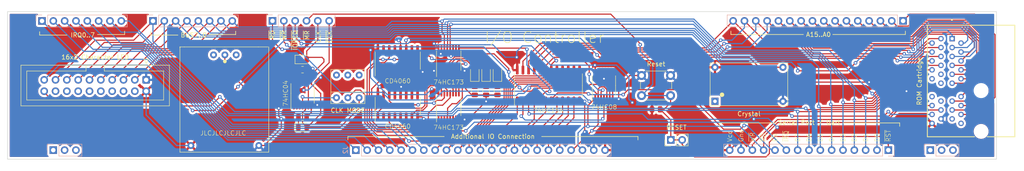
<source format=kicad_pcb>
(kicad_pcb (version 20211014) (generator pcbnew)
  (layers (0 "F.Cu" signal) (31 "B.Cu" signal) (34 "B.Paste" user) (35 "F.Paste" user) (36 "B.SilkS" user "B.Silkscreen") (37 "F.SilkS" user "F.Silkscreen") (38 "B.Mask" user) (39 "F.Mask" user) (44 "Edge.Cuts" user))
  (net 0 "")
  (net 1 "~{READ}")
  (net 2 "~{WRITE}")
  (net 3 "~{IO_REQUEST}")
  (net 4 "~{RESET}")
  (net 5 "CLOCK")
  (net 6 "~{CLOCK}")
  (net 8 "GND")
  (net 9 "VCC")
  (net 10 "~{IRQ0}")
  (net 11 "~{IRQ1}")
  (net 12 "~{IRQ2}")
  (net 13 "~{IRQ3}")
  (net 14 "~{IRQ4}")
  (net 15 "~{IRQ5}")
  (net 16 "~{IRQ6}")
  (net 17 "~{IRQ7}")
  (net 18 "A15")
  (net 19 "A14")
  (net 20 "A13")
  (net 21 "A12")
  (net 22 "A11")
  (net 23 "A10")
  (net 24 "A9")
  (net 25 "A8")
  (net 26 "A7")
  (net 27 "A6")
  (net 28 "A5")
  (net 29 "A4")
  (net 30 "A3")
  (net 31 "A2")
  (net 32 "A1")
  (net 33 "A0")
  (net 34 "BUS0")
  (net 35 "BUS1")
  (net 36 "BUS2")
  (net 37 "BUS3")
  (net 38 "BUS4")
  (net 39 "BUS5")
  (net 40 "BUS6")
  (net 41 "BUS7")
  (net 42 "~{PORT0_EN}")
  (net 49 "Net-(U1-Pad3)")
  (net 50 "~{PORT1_EN}")
  (net 54 "~{PORT2_EN}")
  (net 55 "~{PORT3_EN}")
  (net 56 "~{PORT4_EN}")
  (net 57 "~{PORT5_EN}")
  (net 58 "~{PORT6_EN}")
  (net 59 "~{PORT7_EN}")
  (net 60 "~{PORT8_EN}")
  (net 61 "~{PORT9_EN}")
  (net 62 "~{PORT10_EN}")
  (net 63 "~{PORT11_EN}")
  (net 64 "~{PORT12_EN}")
  (net 65 "~{PORT13_EN}")
  (net 66 "~{PORT14_EN}")
  (net 67 "~{PORT15_EN}")
  (net 79 "MANUAL_CLOCK")
  (net 81 "CRYSTAL_CLOCK")
  (net 82 "Net-(J3-Pad20)")
  (net 83 "Net-(SW2-Pad1)")
  (net 84 "FREQ3")
  (net 85 "Net-(U5-Pad6)")
  (net 86 "FREQ1")
  (net 87 "FREQ2")
  (net 88 "FREQ7")
  (net 89 "FREQ6")
  (net 90 "FREQ5")
  (net 91 "FREQ4")
  (net 100 "Net-(D1-Pad1)")
  (net 101 "/F2")
  (net 102 "Net-(D2-Pad1)")
  (net 103 "/F1")
  (net 104 "Net-(D3-Pad1)")
  (net 105 "/F0")
  (net 106 "Net-(D4-Pad1)")
  (net 107 "Net-(D5-Pad1)")
  (net 116 "Net-(SW2-Pad3)")
  (footprint "Package_SO:TSSOP-16_4.4x5mm_P0.65mm" (layer "F.Cu") (at 137.16 76.962 90)
    (fp_text reference "U6" hide)
    (fp_text value "74LS173")
  )
  (footprint "Stephenv6:LED_RED_0805_2012Metric" (layer "F.Cu") (at 148.082 79.9315 90)
    (fp_text reference "D3" hide)
    (fp_text value "LED")
  )
  (footprint "Package_SO:TSSOP-14_4.4x5mm_P0.65mm" (layer "F.Cu") (at 104.4 84.304 90)
    (fp_text reference "U2" hide)
    (fp_text value "74LS04")
  )
  (footprint "Stephenv6:breakout-debounce-btn" (layer "F.Cu") (at 84.281 72.376)
    (fp_text reference "U4" hide)
    (fp_text value "debounced-btn")
  )
  (footprint "Connector_PinHeader_2.54mm:PinHeader_1x02_P2.54mm_Vertical" (layer "F.Cu") (at 186.944 94.742 90)
    (fp_text reference "J4" hide)
    (fp_text value "Conn_01x02")
  )
  (footprint "Resistor_SMD:R_0805_2012Metric" (layer "F.Cu") (at 145.542 83.7415 -90)
    (fp_text reference "R3" hide)
    (fp_text value "R_Small_US")
  )
  (footprint "Stephenv6:LED_RED_0805_2012Metric" (layer "F.Cu") (at 143.002 79.9315 90)
    (fp_text reference "D1" hide)
    (fp_text value "LED")
  )
  (footprint "Package_SO:SOIC-16_3.9x9.9mm_P1.27mm" (layer "F.Cu") (at 125.73 87.122 90)
    (fp_text reference "U8" hide)
    (fp_text value "CD4060")
  )
  (footprint "Resistor_SMD:R_0805_2012Metric" (layer "F.Cu") (at 104.394 78.994)
    (fp_text reference "R5" hide)
    (fp_text value "R_Small_US")
  )
  (footprint "Stephenv6:LED_BLUE_0805_2012Metric" (layer "F.Cu") (at 104.394 76.708)
    (fp_text reference "D4" hide)
    (fp_text value "LED")
  )
  (footprint "Package_SO:TSSOP-16_4.4x5mm_P0.65mm" (layer "F.Cu") (at 137.16 87.122 90)
    (fp_text reference "U7" hide)
    (fp_text value "74LS251")
  )
  (footprint "Button_Switch_THT:SW_PUSH_6mm" (layer "F.Cu") (at 180.392 80.3)
    (fp_text reference "SW1" hide)
    (fp_text value "SW_Push")
  )
  (footprint "Stephenv6:LED_BLUE_0805_2012Metric" (layer "F.Cu") (at 104.3925 91.916)
    (fp_text reference "D5" hide)
    (fp_text value "LED")
  )
  (footprint "Stephenv6:DIP-14-4pin-clock" (layer "F.Cu") (at 196.885 86.111 90)
    (fp_text reference "Y1" hide)
    (fp_text value "Crystal_GND24")
  )
  (footprint "Connector_IDC:IDC-Header_2x10_P2.54mm_Vertical" (layer "F.Cu") (at 69.342 81.28 -90)
    (fp_text reference "J3" hide)
    (fp_text value "Conn_02x20_Odd_Even")
  )
  (footprint "Resistor_SMD:R_0805_2012Metric" (layer "F.Cu") (at 104.3925 89.63)
    (fp_text reference "R6" hide)
    (fp_text value "R_Small_US")
  )
  (footprint "Package_SO:TSSOP-14_4.4x5mm_P0.65mm" (layer "F.Cu") (at 171.958 82.55 90)
    (fp_text reference "U1" hide)
    (fp_text value "74LS08")
  )
  (footprint "Resistor_SMD:R_0805_2012Metric" (layer "F.Cu") (at 148.082 83.7415 -90)
    (fp_text reference "R4" hide)
    (fp_text value "R_Small_US")
  )
  (footprint "Package_SO:SO-24_5.3x15mm_P1.27mm" (layer "F.Cu") (at 159.512 82.55 90)
    (fp_text reference "U3" hide)
    (fp_text value "74LS154")
  )
  (footprint "Stephenv6:SAMTEC_PCIE-036-02-X-D-RA" (layer "F.Cu") (at 254.254 81.534 90)
    (fp_text reference "J21" hide)
    (fp_text value "PCIE-036-02-X-D-RA")
  )
  (footprint "Resistor_SMD:R_0805_2012Metric" (layer "F.Cu") (at 183.642 87.884 180)
    (fp_text reference "R1" hide)
    (fp_text value "R_Small_US")
  )
  (footprint "Stephenv6:THT-DPDT" (layer "F.Cu") (at 114.922 77.184)
    (fp_text reference "SW2" hide)
    (fp_text value "SW_SPDT")
  )
  (footprint "Stephenv6:LED_RED_0805_2012Metric" (layer "F.Cu") (at 145.542 79.9315 90)
    (fp_text reference "D2" hide)
    (fp_text value "LED")
  )
  (footprint "Package_SO:SOIC-16_3.9x9.9mm_P1.27mm" (layer "F.Cu") (at 125.73 76.962 90)
    (fp_text reference "U5" hide)
    (fp_text value "CD4060")
  )
  (footprint "Resistor_SMD:R_0805_2012Metric" (layer "F.Cu") (at 143.002 83.7415 -90)
    (fp_text reference "R2" hide)
    (fp_text value "R_Small_US")
  )
  (footprint "Connector_PinHeader_2.54mm:PinHeader_1x08_P2.54mm_Vertical" (layer "B.Cu") (at 45.989 68.072 -90)
    (fp_text reference "J16" hide)
    (fp_text value "Conn_01x08")
  )
  (footprint "Connector_PinHeader_2.54mm:PinHeader_1x03_P2.54mm_Vertical" (layer "B.Cu") (at 245.11 97.028 -90)
    (fp_text reference "J8" hide)
    (fp_text value "Conn_01x03")
  )
  (footprint "Connector_PinHeader_2.54mm:PinHeader_1x15_P2.54mm_Vertical" (layer "B.Cu") (at 235.702 97.028 90)
    (fp_text reference "J5" hide)
    (fp_text value "Conn_01x15")
  )
  (footprint "Connector_PinHeader_2.54mm:PinHeader_1x08_P2.54mm_Vertical" (layer "B.Cu") (at 70.866 68.072 -90)
    (fp_text reference "J11" hide)
    (fp_text value "Conn_01x08")
  )
  (footprint "Connector_PinHeader_2.54mm:PinHeader_1x23_P2.54mm_Vertical" (layer "B.Cu") (at 116.337 97.028 -90)
    (fp_text reference "J2")
    (fp_text value "Conn_01x23")
  )
  (footprint "Connector_PinHeader_2.54mm:PinHeader_1x16_P2.54mm_Vertical" (layer "B.Cu") (at 239.014 68.06 90)
    (fp_text reference "J6" hide)
    (fp_text value "Conn_01x16")
  )
  (footprint "Connector_PinHeader_2.54mm:PinHeader_1x06_P2.54mm_Vertical" (layer "B.Cu") (at 97.66 68.05 -90)
    (fp_text reference "J1" hide)
    (fp_text value "Conn_01x06")
  )
  (footprint "Connector_PinHeader_2.54mm:PinHeader_1x03_P2.54mm_Vertical" (layer "B.Cu") (at 48.514 97.028 -90)
    (fp_text reference "J7" hide)
    (fp_text value "Conn_01x03")
  )
  (gr_line (start 70.358 71.247) (end 70.358 70.485) (layer "F.SilkS") (width 0.15))
  (gr_line (start 89.408 71.12) (end 83.312 71.12) (layer "F.SilkS") (width 0.15))
  (gr_line (start 114.554 93.98) (end 114.554 94.742) (layer "F.SilkS") (width 0.15))
  (gr_line (start 64.516 70.358) (end 64.516 71.12) (layer "F.SilkS") (width 0.15))
  (gr_line (start 223.266 71.108) (end 239.522 71.108) (layer "F.SilkS") (width 0.15))
  (gr_line (start 216.662 71.108) (end 200.406 71.108) (layer "F.SilkS") (width 0.15))
  (gr_line (start 210.566 90.932) (end 197.866 90.932) (layer "F.SilkS") (width 0.15))
  (gr_line (start 157.988 93.98) (end 179.578 93.98) (layer "F.SilkS") (width 0.15))
  (gr_line (start 200.406 70.346) (end 200.406 71.108) (layer "F.SilkS") (width 0.15))
  (gr_line (start 238.252 90.932) (end 225.552 90.932) (layer "F.SilkS") (width 0.15))
  (gr_line (start 197.866 90.932) (end 197.866 91.694) (layer "F.SilkS") (width 0.15))
  (gr_line (start 45.466 71.247) (end 45.466 70.485) (layer "F.SilkS") (width 0.15))
  (gr_line (start 114.554 93.98) (end 136.144 93.98) (layer "F.SilkS") (width 0.15))
  (gr_line (start 238.252 90.932) (end 238.252 91.694) (layer "F.SilkS") (width 0.15))
  (gr_line (start 45.466 71.247) (end 51.562 71.247) (layer "F.SilkS") (width 0.15))
  (gr_line (start 239.522 71.108) (end 239.522 70.346) (layer "F.SilkS") (width 0.15))
  (gr_line (start 70.358 71.247) (end 76.454 71.247) (layer "F.SilkS") (width 0.15))
  (gr_line (start 179.578 93.98) (end 179.578 94.742) (layer "F.SilkS") (width 0.15))
  (gr_line (start 89.408 70.358) (end 89.408 71.12) (layer "F.SilkS") (width 0.15))
  (gr_line (start 64.516 71.12) (end 58.42 71.12) (layer "F.SilkS") (width 0.15))
  (gr_rect (start 38.255 65.98) (end 259.941 99.06) (layer "Edge.Cuts") (width 0.12) (fill none))
  (gr_text "Serial Port / Uart" (at 217.96 90.85) (layer "F.SilkS") (effects (font (size 1 1))))
  (gr_text "D4" (at 223.012 95.25 90) (layer "F.SilkS") (effects (font (size 1 1) (thickness 0.1)) (justify left)))
  (gr_text "~{RD}" (at 97.67 70.07 90) (layer "F.SilkS") (effects (font (size 1 1)) (justify right)))
  (gr_text "Gnd" (at 202.692 95.25 90) (layer "F.SilkS") (effects (font (size 1 1) (thickness 0.1)) (justify left)))
  (gr_text "D7" (at 215.392 95.25 90) (layer "F.SilkS") (effects (font (size 1 1) (thickness 0.1)) (justify left)))
  (gr_text "D6" (at 217.932 95.25 90) (layer "F.SilkS") (effects (font (size 1 1) (thickness 0.1)) (justify left)))
  (gr_text "Vcc" (at 200.152 95.25 90) (layer "F.SilkS") (effects (font (size 1 1) (thickness 0.1)) (justify left)))
  (gr_text "BUS7..0" (at 80.01 71.247) (layer "F.SilkS") (effects (font (size 1 1))))
  (gr_text "D1" (at 230.632 95.25 90) (layer "F.SilkS") (effects (font (size 1 1) (thickness 0.1)) (justify left)))
  (gr_text "~{RD}" (at 207.772 95.25 90) (layer "F.SilkS") (effects (font (size 1 1) (thickness 0.1)) (justify left)))
  (gr_text "D0" (at 233.172 95.25 90) (layer "F.SilkS") (effects (font (size 1 1) (thickness 0.1)) (justify left)))
  (gr_text "IRQ0..7" (at 55.118 71.247) (layer "F.SilkS") (effects (font (size 1 1))))
  (gr_text "D5" (at 220.472 95.25 90) (layer "F.SilkS") (effects (font (size 1 1) (thickness 0.1)) (justify left)))
  (gr_text "~{CLK}" (at 110.49 70.104 90) (layer "F.SilkS") (effects (font (size 1 1)) (justify right)))
  (gr_text "JLCJLCJLCJLC" (at 86.614 93.218) (layer "F.SilkS") (effects (font (size 1 1) (thickness 0.1))))
  (gr_text "~{WR}" (at 205.232 95.25 90) (layer "F.SilkS") (effects (font (size 1 1) (thickness 0.1)) (justify left)))
  (gr_text "CLK" (at 107.95 70.104 90) (layer "F.SilkS") (effects (font (size 1 1)) (justify right)))
  (gr_text "~{RST}" (at 235.712 95.25 90) (layer "F.SilkS") (effects (font (size 1 1) (thickness 0.1)) (justify left)))
  (gr_text "D2" (at 228.092 95.25 90) (layer "F.SilkS") (effects (font (size 1 1) (thickness 0.1)) (justify left)))
  (gr_text "I/O Controller" (at 158.66 71.76) (layer "F.SilkS") (effects (font (size 2.5 2.5))))
  (gr_text "D3" (at 225.552 95.25 90) (layer "F.SilkS") (effects (font (size 1 1) (thickness 0.1)) (justify left)))
  (gr_text "Crystal" (at 204.47 88.9) (layer "F.SilkS") (effects (font (size 1 1))))
  (gr_text "ROM Cartridge" (at 242.66 81.57 90) (layer "F.SilkS") (effects (font (size 1 1))))
  (gr_text "~{EN}" (at 210.312 95.25 90) (layer "F.SilkS") (effects (font (size 1 1) (thickness 0.1)) (justify left)))
  (gr_text "A15..A0" (at 220.034 71.12) (layer "F.SilkS") (effects (font (size 1 1))))
  (gr_text "~{MR}" (at 105.41 70.104 90) (layer "F.SilkS") (effects (font (size 1 1)) (justify right)))
  (gr_text "Reset" (at 183.642 77.724) (layer "F.SilkS") (effects (font (size 1 1))))
  (gr_text "~{WR}" (at 100.21 70.07 90) (layer "F.SilkS") (effects (font (size 1 1)) (justify right)))
  (gr_text "~{IRQ}" (at 212.852 95.25 90) (layer "F.SilkS") (effects (font (size 1 1) (thickness 0.1)) (justify left)))
  (gr_text "~{IOREQ}" (at 102.75 70.07 90) (layer "F.SilkS") (effects (font (size 1 1)) (justify right)))
  (gr_text "Additional IO Connection" (at 147.066 93.98) (layer "F.SilkS") (effects (font (size 1 1))))
  (segment (start 235.015682 90.836011) (end 237.817693 88.034) (width 0.25) (layer "F.Cu") (net 1))
  (segment (start 97.66 72.514) (end 99.568 74.422) (width 0.25) (layer "F.Cu") (net 1))
  (segment (start 170.008 85.4125) (end 169.3145 86.106) (width 0.25) (layer "F.Cu") (net 1))
  (segment (start 169.3145 86.106) (end 168.656 86.106) (width 0.25) (layer "F.Cu") (net 1))
  (segment (start 237.817693 88.034) (end 247.504 88.034) (width 0.25) (layer "F.Cu") (net 1))
  (segment (start 170.008 85.4125) (end 168.3645 87.056) (width 0.25) (layer "F.Cu") (net 1))
  (segment (start 207.762 93.9814) (end 210.907389 90.836011) (width 0.25) (layer "F.Cu") (net 1))
  (segment (start 99.568 74.422) (end 99.822 74.422) (width 0.25) (layer "F.Cu") (net 1))
  (segment (start 210.907389 90.836011) (end 235.015682 90.836011) (width 0.25) (layer "F.Cu") (net 1))
  (segment (start 168.3645 87.056) (end 168.3645 91.694) (width 0.25) (layer "F.Cu") (net 1))
  (segment (start 207.762 97.028) (end 207.762 93.9814) (width 0.25) (layer "F.Cu") (net 1))
  (segment (start 97.66 68.05) (end 97.66 72.514) (width 0.25) (layer "F.Cu") (net 1))
  (via (at 168.656 86.106) (size 0.8) (drill 0.4) (layers "F.Cu" "B.Cu") (net 1))
  (via (at 99.822 74.422) (size 0.8) (drill 0.4) (layers "F.Cu" "B.Cu") (net 1))
  (via (at 168.3645 91.694) (size 0.8) (drill 0.4) (layers "F.Cu" "B.Cu") (net 1))
  (segment (start 166.1517 96.0427) (end 166.1517 93.1737) (width 0.25) (layer "B.Cu") (net 1))
  (segment (start 202.428001 91.694001) (end 168.3645 91.694) (width 0.25) (layer "B.Cu") (net 1))
  (segment (start 135.861114 83.82) (end 153.483201 83.82) (width 0.25) (layer "B.Cu") (net 1))
  (segment (start 154.932202 82.370999) (end 157.046999 82.370999) (width 0.25) (layer "B.Cu") (net 1))
  (segment (start 99.822 74.422) (end 103.378 74.422) (width 0.25) (layer "B.Cu") (net 1))
  (segment (start 113.03 84.074) (end 122.262782 84.074) (width 0.25) (layer "B.Cu") (net 1))
  (segment (start 122.262782 84.074) (end 123.965793 85.777011) (width 0.25) (layer "B.Cu") (net 1))
  (segment (start 159.258 84.582) (end 167.132 84.582) (width 0.25) (layer "B.Cu") (net 1))
  (segment (start 123.965793 85.777011) (end 133.904103 85.777011) (width 0.25) (layer "B.Cu") (net 1))
  (segment (start 157.046999 82.370999) (end 159.258 84.582) (width 0.25) (layer "B.Cu") (net 1))
  (segment (start 167.132 84.582) (end 168.656 86.106) (width 0.25) (layer "B.Cu") (net 1))
  (segment (start 167.6314 91.694) (end 168.3645 91.694) (width 0.25) (layer "B.Cu") (net 1))
  (segment (start 103.378 74.422) (end 113.03 84.074) (width 0.25) (layer "B.Cu") (net 1))
  (segment (start 167.137 97.028) (end 166.1517 96.0427) (width 0.25) (layer "B.Cu") (net 1))
  (segment (start 166.1517 93.1737) (end 167.6314 91.694) (width 0.25) (layer "B.Cu") (net 1))
  (segment (start 207.762 97.028) (end 202.428001 91.694001) (width 0.25) (layer "B.Cu") (net 1))
  (segment (start 133.904103 85.777011) (end 135.861114 83.82) (width 0.25) (layer "B.Cu") (net 1))
  (segment (start 153.483201 83.82) (end 154.932202 82.370999) (width 0.25) (layer "B.Cu") (net 1))
  (segment (start 164.597 97.028) (end 164.900797 97.028) (width 0.25) (layer "F.Cu") (net 2))
  (segment (start 155.702 83.82) (end 156.389001 83.132999) (width 0.25) (layer "F.Cu") (net 2))
  (segment (start 171.149901 82.841499) (end 172.004099 82.841499) (width 0.25) (layer "F.Cu") (net 2))
  (segment (start 235.045989 90.17) (end 238.181989 87.034) (width 0.25) (layer "F.Cu") (net 2))
  (segment (start 210.877919 90.17) (end 235.045989 90.17) (width 0.25) (layer "F.Cu") (net 2))
  (segment (start 153.023076 82.985824) (end 153.857252 83.82) (width 0.25) (layer "F.Cu") (net 2))
  (segment (start 138.785 74.787361) (end 138.785 74.0995) (width 0.25) (layer "F.Cu") (net 2))
  (segment (start 170.658 85.4125) (end 170.658 83.3334) (width 0.25) (layer "F.Cu") (net 2))
  (segment (start 100.2 68.05) (end 100.2 72.768) (width 0.25) (layer "F.Cu") (net 2))
  (segment (start 150.622 78.74) (end 147.32 75.438) (width 0.25) (layer "F.Cu") (net 2))
  (segment (start 170.658 91.270797) (end 169.233078 92.695719) (width 0.25) (layer "F.Cu") (net 2))
  (segment (start 153.857252 83.82) (end 155.702 83.82) (width 0.25) (layer "F.Cu") (net 2))
  (segment (start 164.900797 97.028) (end 169.233078 92.695719) (width 0.25) (layer "F.Cu") (net 2))
  (segment (start 170.658 84.724639) (end 170.658 91.270797) (width 0.25) (layer "F.Cu") (net 2))
  (segment (start 139.435639 75.438) (end 138.785 74.787361) (width 0.25) (layer "F.Cu") (net 2))
  (segment (start 147.32 75.438) (end 139.435639 75.438) (width 0.25) (layer "F.Cu") (net 2))
  (segment (start 169.06636 83.132999) (end 170.658 84.724639) (width 0.25) (layer "F.Cu") (net 2))
  (segment (start 156.389001 83.132999) (end 169.06636 83.132999) (width 0.25) (layer "F.Cu") (net 2))
  (segment (start 238.181989 87.034) (end 245.504 87.034) (width 0.25) (layer "F.Cu") (net 2))
  (segment (start 170.658 83.3334) (end 171.149901 82.841499) (width 0.25) (layer "F.Cu") (net 2))
  (segment (start 100.2 72.768) (end 100.838 73.406) (width 0.25) (layer "F.Cu") (net 2))
  (segment (start 205.222 95.825919) (end 210.877919 90.17) (width 0.25) (layer "F.Cu") (net 2))
  (segment (start 205.222 97.028) (end 205.222 95.825919) (width 0.25) (layer "F.Cu") (net 2))
  (segment (start 172.608 83.4454) (end 172.608 85.4125) (width 0.25) (layer "F.Cu") (net 2))
  (segment (start 172.004099 82.841499) (end 172.608 83.4454) (width 0.25) (layer "F.Cu") (net 2))
  (segment (start 150.622 79.502) (end 150.622 78.74) (width 0.25) (layer "F.Cu") (net 2))
  (via (at 169.233078 92.695719) (size 0.8) (drill 0.4) (layers "F.Cu" "B.Cu") (net 2))
  (via (at 153.023076 82.985824) (size 0.8) (drill 0.4) (layers "F.Cu" "B.Cu") (net 2))
  (via (at 150.622 79.502) (size 0.8) (drill 0.4) (layers "F.Cu" "B.Cu") (net 2))
  (via (at 100.838 73.406) (size 0.8) (drill 0.4) (layers "F.Cu" "B.Cu") (net 2))
  (segment (start 153.023076 82.919076) (end 153.023076 82.985824) (width 0.25) (layer "B.Cu") (net 2))
  (segment (start 144.996501 73.876501) (end 150.622 79.502) (width 0.25) (layer "B.Cu") (net 2))
  (segment (start 101.308501 73.876501) (end 144.996501 73.876501) (width 0.25) (layer "B.Cu") (net 2))
  (segment (start 150.622 79.502) (end 150.622 80.518) (width 0.25) (layer "B.Cu") (net 2))
  (segment (start 150.622 80.518) (end 153.023076 82.919076) (width 0.25) (layer "B.Cu") (net 2))
  (segment (start 205.222 97.028) (end 200.889719 92.695719) (width 0.25) (layer "B.Cu") (net 2))
  (segment (start 100.838 73.406) (end 101.308501 73.876501) (width 0.25) (layer "B.Cu") (net 2))
  (segment (start 200.889719 92.695719) (end 169.233078 92.695719) (width 0.25) (layer "B.Cu") (net 2))
  (segment (start 160.147 77.851) (end 160.528 77.47) (width 0.25) (layer "F.Cu") (net 3))
  (segment (start 161.036 76.962) (end 161.29 76.962) (width 0.25) (layer "F.Cu") (net 3))
  (segment (start 102.74 71.752) (end 104.14 73.152) (width 0.25) (layer "F.Cu") (net 3))
  (segment (start 160.528 77.47) (end 161.036 76.962) (width 0.25) (layer "F.Cu") (net 3))
  (segment (start 102.74 68.05) (end 102.74 71.752) (width 0.25) (layer "F.Cu") (net 3))
  (segment (start 160.147 79.0875) (end 160.147 77.851) (width 0.25) (layer "F.Cu") (net 3))
  (via (at 161.29 76.962) (size 0.8) (drill 0.4) (layers "F.Cu" "B.Cu") (net 3))
  (via (at 104.14 73.152) (size 0.8) (drill 0.4) (layers "F.Cu" "B.Cu") (net 3))
  (segment (start 128.016 73.152) (end 104.14 73.152) (width 0.25) (layer "B.Cu") (net 3))
  (segment (start 156.755499 72.427499) (end 128.740501 72.427499) (width 0.25) (layer "B.Cu") (net 3))
  (segment (start 161.29 76.962) (end 156.755499 72.427499) (width 0.25) (layer "B.Cu") (net 3))
  (segment (start 128.740501 72.427499) (end 128.016 73.152) (width 0.25) (layer "B.Cu") (net 3))
  (segment (start 178.816 71.882) (end 180.086 73.152) (width 0.25) (layer "F.Cu") (net 4))
  (segment (start 210.312 93.98) (end 209.042 95.25) (width 0.25) (layer "F.Cu") (net 4))
  (segment (start 186.944 90.2735) (end 186.944 94.742) (width 0.25) (layer "F.Cu") (net 4))
  (segment (start 184.5545 87.884) (end 185.42 87.884) (width 0.25) (layer "F.Cu") (net 4))
  (segment (start 184.5545 87.884) (end 186.944 90.2735) (width 0.25) (layer "F.Cu") (net 4))
  (segment (start 185.42 87.884) (end 186.892 86.412) (width 0.25) (layer "F.Cu") (net 4))
  (segment (start 209.042 95.25) (end 209.042 97.79) (width 0.25) (layer "F.Cu") (net 4))
  (segment (start 235.702 95.748) (end 233.934 93.98) (width 0.25) (layer "F.Cu") (net 4))
  (segment (start 192.278 98.552) (end 189.484 95.758) (width 0.25) (layer "F.Cu") (net 4))
  (segment (start 186.892 86.412) (end 186.892 84.8) (width 0.25) (layer "F.Cu") (net 4))
  (segment (start 208.28 98.552) (end 192.278 98.552) (width 0.25) (layer "F.Cu") (net 4))
  (segment (start 180.086 73.152) (end 180.086 73.406) (width 0.25) (layer "F.Cu") (net 4))
  (segment (start 235.702 97.028) (end 235.702 95.748) (width 0.25) (layer "F.Cu") (net 4))
  (segment (start 189.484 94.742) (end 186.944 94.742) (width 0.25) (layer "F.Cu") (net 4))
  (segment (start 105.28 68.05) (end 106.782 66.548) (width 0.25) (layer "F.Cu") (net 4))
  (segment (start 233.934 93.98) (end 210.312 93.98) (width 0.25) (layer "F.Cu") (net 4))
  (segment (start 189.484 95.758) (end 189.484 94.742) (width 0.25) (layer "F.Cu") (net 4))
  (segment (start 173.482 66.548) (end 178.816 71.882) (width 0.25) (layer "F.Cu") (net 4))
  (segment (start 106.782 66.548) (end 107.442 66.548) (width 0.25) (layer "F.Cu") (net 4))
  (segment (start 209.042 97.79) (end 208.28 98.552) (width 0.25) (layer "F.Cu") (net 4))
  (segment (start 107.442 66.548) (end 173.482 66.548) (width 0.25) (layer "F.Cu") (net 4))
  (via (at 180.086 73.406) (size 0.8) (drill 0.4) (layers "F.Cu" "B.Cu") (net 4))
  (segment (start 182.88 82.312) (end 180.392 84.8) (width 0.25) (layer "B.Cu") (net 4))
  (segment (start 182.88 77.724) (end 182.88 82.312) (width 0.25) (layer "B.Cu") (net 4))
  (segment (start 180.392 84.8) (end 186.892 84.8) (width 0.25) (layer "B.Cu") (net 4))
  (segment (start 180.086 73.406) (end 180.086 74.93) (width 0.25) (layer "B.Cu") (net 4))
  (segment (start 180.086 74.93) (end 182.88 77.724) (width 0.25) (layer "B.Cu") (net 4))
  (segment (start 105.3315 74.8055) (end 105.3315 76.708) (width 0.25) (layer "F.Cu") (net 5))
  (segment (start 105.7 81.4415) (end 105.7 80.753644) (width 0.25) (layer "F.Cu") (net 5))
  (segment (start 105.7 80.753644) (end 109.191322 77.262322) (width 0.25) (layer "F.Cu") (net 5))
  (segment (start 108.76692 76.237722) (end 105.801778 76.237722) (width 0.25) (layer "F.Cu") (net 5))
  (segment (start 109.191322 77.262322) (end 109.191322 76.662124) (width 0.25) (layer "F.Cu") (net 5))
  (segment (start 107.82 68.05) (end 107.82 72.317) (width 0.25) (layer "F.Cu") (net 5))
  (segment (start 109.191322 76.662124) (end 108.76692 76.237722) (width 0.25) (layer "F.Cu") (net 5))
  (segment (start 105.7 87.1665) (end 105.7 81.4415) (width 0.25) (layer "F.Cu") (net 5))
  (segment (start 105.801778 76.237722) (end 105.3315 76.708) (width 0.25) (layer "F.Cu") (net 5))
  (segment (start 107.82 72.317) (end 105.3315 74.8055) (width 0.25) (layer "F.Cu") (net 5))
  (segment (start 108.458 88.9) (end 105.442 91.916) (width 0.25) (layer "F.Cu") (net 6))
  (segment (start 105.05 87.1665) (end 105.05 87.99) (width 0.25) (layer "F.Cu") (net 6))
  (segment (start 104.394 88.646) (end 104.394 90.932) (width 0.25) (layer "F.Cu") (net 6))
  (segment (start 112.808 91.916) (end 117.082 87.642) (width 0.25) (layer "F.Cu") (net 6))
  (segment (start 108.458 84.328) (end 108.458 88.9) (width 0.25) (layer "F.Cu") (net 6))
  (segment (start 105.442 91.916) (end 105.33 91.916) (width 0.25) (layer "F.Cu") (net 6))
  (segment (start 105.33 91.868) (end 105.33 91.916) (width 0.25) (layer "F.Cu") (net 6))
  (segment (start 106.35 81.4415) (end 110.36 77.4315) (width 0.25) (layer "F.Cu") (net 6))
  (segment (start 117.082 87.642) (end 117.082 85.284) (width 0.25) (layer "F.Cu") (net 6))
  (segment (start 110.36 77.4315) (end 110.36 68.05) (width 0.25) (layer "F.Cu") (net 6))
  (segment (start 106.35 82.22) (end 108.458 84.328) (width 0.25) (layer "F.Cu") (net 6))
  (segment (start 105.33 91.916) (end 112.808 91.916) (width 0.25) (layer "F.Cu") (net 6))
  (segment (start 104.394 90.932) (end 105.33 91.868) (width 0.25) (layer "F.Cu") (net 6))
  (segment (start 105.05 87.99) (end 104.394 88.646) (width 0.25) (layer "F.Cu") (net 6))
  (segment (start 106.35 81.4415) (end 106.35 82.22) (width 0.25) (layer "F.Cu") (net 6))
  (segment (start 214.884 81.788) (end 212.085 84.587) (width 0.25) (layer "F.Cu") (net 8))
  (segment (start 134.4345 79.8245) (end 133.858 79.248) (width 0.25) (layer "F.Cu") (net 8))
  (segment (start 126.365 72.841931) (end 125.950569 72.4275) (width 0.25) (layer "F.Cu") (net 8))
  (segment (start 126.365 84.647) (end 126.365 82.9685) (width 0.25) (layer "F.Cu") (net 8))
  (segment (start 103.1 82.129361) (end 103.474159 82.50352) (width 0.25) (layer "F.Cu") (net 8))
  (segment (start 103.474159 82.50352) (end 104.025841 82.50352) (width 0.25) (layer "F.Cu") (net 8))
  (segment (start 140.97 83.312) (end 142.312 84.654) (width 0.25) (layer "F.Cu") (net 8))
  (segment (start 141.478 90.17) (end 140.716 90.17) (width 0.25) (layer "F.Cu") (net 8))
  (segment (start 130.175 78.105) (end 130.175 79.437) (width 0.25) (layer "F.Cu") (net 8))
  (segment (start 140.5305 89.9845) (end 140.716 90.17) (width 0.25) (layer "F.Cu") (net 8))
  (segment (start 180.392 80.3) (end 177.764 80.3) (width 0.25) (layer "F.Cu") (net 8))
  (segment (start 140.0115 79.248) (end 140.716 79.248) (width 0.25) (layer "F.Cu") (net 8))
  (segment (start 138.135 74.0995) (end 138.135 75.479) (width 0.25) (layer "F.Cu") (net 8))
  (segment (start 140.716 79.248) (end 140.97 79.502) (width 0.25) (layer "F.Cu") (net 8))
  (segment (start 128.016 77.216) (end 129.286 77.216) (width 0.25) (layer "F.Cu") (net 8))
  (segment (start 140.97 79.502) (end 140.97 83.312) (width 0.25) (layer "F.Cu") (net 8))
  (segment (start 105.3065 78.994) (end 106.435044 78.994) (width 0.25) (layer "F.Cu") (net 8))
  (segment (start 175.0745 85.4125) (end 175.26 85.598) (width 0.25) (layer "F.Cu") (net 8))
  (segment (start 171.704 81.026) (end 171.308 80.63) (width 0.25) (layer "F.Cu") (net 8))
  (segment (start 129.286 77.216) (end 130.175 78.105) (width 0.25) (layer "F.Cu") (net 8))
  (segment (start 171.308 80.63) (end 171.308 79.6875) (width 0.25) (layer "F.Cu") (net 8))
  (segment (start 99.06 87.63) (end 99.06 89.440236) (width 0.25) (layer "F.Cu") (net 8))
  (segment (start 167.635701 86.110299) (end 167.64 86.114598) (width 0.25) (layer "F.Cu") (net 8))
  (segment (start 131.253 79.437) (end 131.318 79.502) (width 0.25) (layer "F.Cu") (net 8))
  (segment (start 104.902 80.264) (end 105.3065 79.8595) (width 0.25) (layer "F.Cu") (net 8))
  (segment (start 126.365 74.487) (end 126.365 75.565) (width 0.25) (layer "F.Cu") (net 8))
  (segment (start 172.974 81.026) (end 173.908 81.96) (width 0.25) (layer "F.Cu") (net 8))
  (segment (start 106.35 87.1665) (end 106.35 88.585) (width 0.25) (layer "F.Cu") (net 8))
  (segment (start 126.365 75.565) (end 128.016 77.216) (width 0.25) (layer "F.Cu") (net 8))
  (segment (start 104.4 82.129361) (end 104.4 81.4415) (width 0.25) (layer "F.Cu") (net 8))
  (segment (start 130.175 79.437) (end 131.253 79.437) (width 0.25) (layer "F.Cu") (net 8))
  (segment (start 126.365 74.487) (end 126.365 72.841931) (width 0.25) (layer "F.Cu") (net 8))
  (segment (start 247.396 83.82) (end 240.03 83.82) (width 0.25) (layer "F.Cu") (net 8))
  (segment (start 139.435 89.9845) (end 140.5305 89.9845) (width 0.25) (layer "F.Cu") (net 8))
  (segment (start 106.35 88.585) (end 105.305 89.63) (width 0.25) (layer "F.Cu") (net 8))
  (segment (start 177.764 80.3) (end 175.26 82.804) (width 0.25) (layer "F.Cu") (net 8))
  (segment (start 139.435 89.9845) (end 138.785 89.9845) (width 0.25) (layer "F.Cu") (net 8))
  (segment (start 143.002 84.654) (end 148.082 84.654) (width 0.25) (layer "F.Cu") (net 8))
  (segment (start 171.958 81.026) (end 172.974 81.026) (width 0.25) (layer "F.Cu") (net 8))
  (segment (start 138.135 75.479) (end 137.668 75.946) (width 0.25) (layer "F.Cu") (net 8))
  (segment (start 104.4 80.753639) (end 104.889639 80.264) (width 0.25) (layer "F.Cu") (net 8))
  (segment (start 104.025841 82.50352) (end 104.4 82.129361) (width 0.25) (layer "F.Cu") (net 8))
  (segment (start 172.212 81.026) (end 171.704 81.026) (width 0.25) (layer "F.Cu") (net 8))
  (segment (start 104.889639 80.264) (end 104.902 80.264) (width 0.25) (layer "F.Cu") (net 8))
  (segment (start 135.535 75.285) (end 135.382 75.438) (width 0.25) (layer "F.Cu") (net 8))
  (segment (start 105.3065 79.8595) (end 105.3065 78.994) (width 0.25) (layer "F.Cu") (net 8))
  (segment (start 166.497 86.0125) (end 167.537902 86.0125) (width 0.25) (layer "F.Cu") (net 8))
  (segment (start 139.435 79.8245) (end 140.0115 79.248) (width 0.25) (layer "F.Cu") (net 8))
  (segment (start 135.535 74.0995) (end 135.535 75.285) (width 0.25) (layer "F.Cu") (net 8))
  (segment (start 175.26 82.804) (end 175.26 85.598) (width 0.25) (layer "F.Cu") (net 8))
  (segment (start 248.666 87.376) (end 248.666 85.09) (width 0.25) (layer "F.Cu") (net 8))
  (segment (start 167.537902 86.0125) (end 167.635701 86.110299) (width 0.25) (layer "F.Cu") (net 8))
  (segment (start 247.904 84.328) (end 247.396 83.82) (width 0.25) (layer "F.Cu") (net 8))
  (segment (start 95.774 95.996) (end 94.601 95.996) (width 0.25) (layer "F.Cu") (net 8))
  (segment (start 172.608 80.63) (end 172.212 81.026) (width 0.25) (layer "F.Cu") (net 8))
  (segment (start 173.908 81.96) (end 173.908 85.4125) (width 0.25) (layer "F.Cu") (net 8))
  (segment (start 107.435 87.1665) (end 107.696 86.9055) (width 0.25) (layer "F.Cu") (net 8))
  (segment (start 99.5235 87.1665) (end 99.06 87.63) (width 0.25) (layer "F.Cu") (net 8))
  (segment (start 170.658 79.6875) (end 171.308 79.6875) (width 0.25) (layer "F.Cu") (net 8))
  (segment (start 142.312 84.654) (end 143.002 84.654) (width 0.25) (layer "F.Cu") (net 8))
  (segment (start 167.64 86.114598) (end 167.64 92.964) (width 0.25) (layer "F.Cu") (net 8))
  (segment (start 106.35 87.1665) (end 107.435 87.1665) (width 0.25) (layer "F.Cu") (net 8))
  (segment (start 99.06 89.440236) (end 99.635286 90.015522) (width 0.25) (layer "F.Cu") (net 8))
  (segment (start 172.608 79.6875) (end 172.608 80.63) (width 0.25) (layer "F.Cu") (net 8))
  (segment (start 106.435044 78.994) (end 106.680223 78.748821) (width 0.25) (layer "F.Cu") (net 8))
  (segment (start 130.175 89.597) (end 131.136777 89.597) (width 0.25) (layer "F.Cu") (net 8))
  (segment (start 135.535 79.8245) (end 134.4345 79.8245) (width 0.25) (layer "F.Cu") (net 8))
  (segment (start 104.4 81.4415) (end 104.4 80.753639) (width 0.25) (layer "F.Cu") (net 8))
  (segment (start 145.542 84.654) (end 145.542 86.106) (width 0.25) (layer "F.Cu") (net 8))
  (segment (start 99.635286 90.015522) (end 99.635286 92.134714) (width 0.25) (layer "F.Cu") (net 8))
  (segment (start 248.666 88.872) (end 248.666 87.376) (width 0.25) (layer "F.Cu") (net 8))
  (segment (start 172.608 79.6875) (end 173.258 79.6875) (width 0.25) (layer "F.Cu") (net 8))
  (segment (start 248.666 85.09) (end 247.904 84.328) (width 0.25) (layer "F.Cu") (net 8))
  (segment (start 212.085 84.587) (end 212.085 86.081) (width 0.25) (layer "F.Cu") (net 8))
  (segment (start 173.908 85.4125) (end 175.0745 85.4125) (width 0.25) (layer "F.Cu") (net 8))
  (segment (start 247.504 90.034) (end 248.666 88.872) (width 0.25) (layer "F.Cu") (net 8))
  (segment (start 103.1 81.4415) (end 103.1 82.129361) (width 0.25) (layer "F.Cu") (net 8))
  (segment (start 126.365 82.9685) (end 126.492 82.8415) (width 0.25) (layer "F.Cu") (net 8))
  (segment (start 231.394 81.788) (end 214.884 81.788) (width 0.25) (layer "F.Cu") (net 8))
  (segment (start 102.45 87.1665) (end 99.5235 87.1665) (width 0.25) (layer "F.Cu") (net 8))
  (segment (start 145.542 86.106) (end 141.478 90.17) (width 0.25) (layer "F.Cu") (net 8))
  (segment (start 99.635286 92.134714) (end 95.774 95.996) (width 0.25) (layer "F.Cu") (net 8))
  (segment (start 240.03 83.82) (end 239.776 83.82) (width 0.25) (layer "F.Cu") (net 8))
  (segment (start 131.136777 89.597) (end 131.555299 90.015522) (width 0.25) (layer "F.Cu") (net 8))
  (via (at 231.394 81.788) (size 0.8) (drill 0.4) (layers "F.Cu" "B.Cu") (net 8))
  (via (at 140.716 90.17) (size 0.8) (drill 0.4) (layers "F.Cu" "B.Cu") (net 8))
  (via (at 131.555299 90.015522) (size 0.8) (drill 0.4) (layers "F.Cu" "B.Cu") (net 8))
  (via (at 133.858 79.248) (size 0.8) (drill 0.4) (layers "F.Cu" "B.Cu") (net 8))
  (via (at 106.680223 78.748821) (size 0.8) (drill 0.4) (layers "F.Cu" "B.Cu") (net 8))
  (via (at 131.318 79.502) (size 0.8) (drill 0.4) (layers "F.Cu" "B.Cu") (net 8))
  (via (at 171.958 81.026) (size 0.8) (drill 0.4) (layers "F.Cu" "B.Cu") (net 8))
  (via (at 137.668 75.946) (size 0.8) (drill 0.4) (layers "F.Cu" "B.Cu") (net 8))
  (via (at 175.26 85.598) (size 0.8) (drill 0.4) (layers "F.Cu" "B.Cu") (net 8))
  (via (at 239.776 83.82) (size 0.8) (drill 0.4) (layers "F.Cu" "B.Cu") (net 8))
  (via (at 99.06 87.63) (size 0.8) (drill 0.4) (layers "F.Cu" "B.Cu") (net 8))
  (via (at 145.542 86.106) (size 0.8) (drill 0.4) (layers "F.Cu" "B.Cu") (net 8))
  (via (at 135.382 75.438) (size 0.8) (drill 0.4) (layers "F.Cu" "B.Cu") (net 8))
  (via (at 140.716 79.248) (size 0.8) (drill 0.4) (layers "F.Cu" "B.Cu") (net 8))
  (via (at 167.635701 86.110299) (size 0.8) (drill 0.4) (layers "F.Cu" "B.Cu") (net 8))
  (via (at 107.696 86.9055) (size 0.8) (drill 0.4) (layers "F.Cu" "B.Cu") (net 8))
  (via (at 126.492 82.8415) (size 0.8) (drill 0.4) (layers "F.Cu" "B.Cu") (net 8))
  (via (at 125.950569 72.4275) (size 0.8) (drill 0.4) (layers "F.Cu" "B.Cu") (net 8))
  (via (at 167.64 92.964) (size 0.8) (drill 0.4) (layers "F.Cu" "B.Cu") (net 8))
  (via (at 99.635286 90.015522) (size 0.8) (drill 0.4) (layers "F.Cu" "B.Cu") (net 8))
  (segment (start 99.06 86.369044) (end 99.06 87.63) (width 0.25) (layer "B.Cu") (net 8))
  (segment (start 167.635701 86.355701) (end 167.635701 86.110299) (width 0.25) (layer "B.Cu") (net 8))
  (segment (start 99.5305 86.9055) (end 99.06 87.376) (width 0.25) (layer "B.Cu") (net 8))
  (segment (start 167.635701 86.110299) (end 145.546299 86.110299) (width 0.25) (layer "B.Cu") (net 8))
  (segment (start 169.677 97.028) (end 167.64 94.991) (width 0.25) (layer "B.Cu") (net 8))
  (segment (start 173.736 87.122) (end 168.402 87.122) (width 0.25) (layer "B.Cu") (net 8))
  (segment (start 107.696 86.9055) (end 99.5305 86.9055) (width 0.25) (layer "B.Cu") (net 8))
  (segment (start 145.546299 86.110299) (end 145.542 86.106) (width 0.25) (layer "B.Cu") (net 8))
  (segment (start 106.680223 78.748821) (end 99.06 86.369044) (width 0.25) (layer "B.Cu") (net 8))
  (segment (start 167.64 94.991) (end 167.64 92.964) (width 0.25) (layer "B.Cu") (net 8))
  (segment (start 168.402 87.122) (end 167.635701 86.355701) (width 0.25) (layer "B.Cu") (net 8))
  (segment (start 239.776 83.82) (end 237.744 81.788) (width 0.25) (layer "B.Cu") (net 8))
  (segment (start 175.26 85.598) (end 173.736 87.122) (width 0.25) (layer "B.Cu") (net 8))
  (segment (start 237.744 81.788) (end 231.394 81.788) (width 0.25) (layer "B.Cu") (net 8))
  (segment (start 99.06 87.376) (end 99.06 87.63) (width 0.25) (layer "B.Cu") (net 8))
  (segment (start 108.458 80.772) (end 114.628999 74.601001) (width 0.25) (layer "F.Cu") (net 9))
  (segment (start 152.4 78.9605) (end 152.527 79.0875) (width 0.25) (layer "F.Cu") (net 9))
  (segment (start 133.9375 73.152) (end 134.885 74.0995) (width 0.25) (layer "F.Cu") (net 9))
  (segment (start 121.285 83.2225) (end 121.666 82.8415) (width 0.25) (layer "F.Cu") (net 9))
  (segment (start 102.45 82.129361) (end 103.886 83.565361) (width 0.25) (layer "F.Cu") (net 9))
  (segment (start 182.7295 88.7965) (end 182.118 89.408) (width 0.25) (layer "F.Cu") (net 9))
  (segment (start 133.858 73.152) (end 133.9375 73.152) (width 0.25) (layer "F.Cu") (net 9))
  (segment (start 170.008 78.06) (end 169.926 77.978) (width 0.25) (layer "F.Cu") (net 9))
  (segment (start 205.547915 91.622085) (end 205.547915 90.051101) (width 0.25) (layer "F.Cu") (net 9))
  (segment (start 134.2975 84.2595) (end 133.35 83.312) (width 0.25) (layer "F.Cu") (net 9))
  (segment (start 114.628999 74.601001) (end 119.634 74.601001) (width 0.25) (layer "F.Cu") (net 9))
  (segment (start 213.614 91.948) (end 210.82 91.948) (width 0.25) (layer "F.Cu") (net 9))
  (segment (start 102.45 81.4415) (end 102.45 82.129361) (width 0.25) (layer "F.Cu") (net 9))
  (segment (start 243.84 92.71) (end 214.376 92.71) (width 0.25) (layer "F.Cu") (net 9))
  (segment (start 121.285 84.647) (end 121.285 83.2225) (width 0.25) (layer "F.Cu") (net 9))
  (segment (start 170.008 79.6875) (end 170.008 78.06) (width 0.25) (layer "F.Cu") (net 9))
  (segment (start 178.308 87.63) (end 180.086 89.408) (width 0.25) (layer "F.Cu") (net 9))
  (segment (start 178.308 86.36) (end 178.308 87.63) (width 0.25) (layer "F.Cu") (net 9))
  (segment (start 134.885 84.2595) (end 134.2975 84.2595) (width 0.25) (layer "F.Cu") (net 9))
  (segment (start 200.142 97.028) (end 205.547915 91.622085) (width 0.25) (layer "F.Cu") (net 9))
  (segment (start 182.7295 87.884) (end 182.7295 88.7965) (width 0.25) (layer "F.Cu") (net 9))
  (segment (start 180.086 89.408) (end 182.118 89.408) (width 0.25) (layer "F.Cu") (net 9))
  (segment (start 214.376 92.71) (end 213.614 91.948) (width 0.25) (layer "F.Cu") (net 9))
  (segment (start 103.886 83.566) (end 104.648 83.566) (width 0.25) (layer "F.Cu") (net 9))
  (segment (start 119.748001 74.487) (end 119.634 74.601001) (width 0.25) (layer "F.Cu") (net 9))
  (segment (start 121.285 74.487) (end 119.748001 74.487) (width 0.25) (layer "F.Cu") (net 9))
  (segment (start 103.886 83.565361) (end 103.886 83.566) (width 0.25) (layer "F.Cu") (net 9))
  (segment (start 152.4 76.2) (end 152.4 78.9605) (width 0.25) (layer "F.Cu") (net 9))
  (segment (start 245.504 91.034) (end 243.84 92.698) (width 0.25) (layer "F.Cu") (net 9))
  (segment (start 243.84 92.698) (end 243.84 92.71) (width 0.25) (layer "F.Cu") (net 9))
  (via (at 119.634 74.601001) (size 0.8) (drill 0.4) (layers "F.Cu" "B.Cu") (net 9))
  (via (at 133.858 73.152) (size 0.8) (drill 0.4) (layers "F.Cu" "B.Cu") (net 9))
  (via (at 152.4 76.2) (size 0.8) (drill 0.4) (layers "F.Cu" "B.Cu") (net 9))
  (via (at 108.458 80.772) (size 0.8) (drill 0.4) (layers "F.Cu" "B.Cu") (net 9))
  (via (at 205.547915 90.051101) (size 0.8) (drill 0.4) (layers "F.Cu" "B.Cu") (net 9))
  (via (at 121.666 82.8415) (size 0.8) (drill 0.4) (layers "F.Cu" "B.Cu") (net 9))
  (via (at 210.82 91.948) (size 0.8) (drill 0.4) (layers "F.Cu" "B.Cu") (net 9))
  (via (at 104.648 83.566) (size 0.8) (drill 0.4) (layers "F.Cu" "B.Cu") (net 9))
  (via (at 178.308 86.36) (size 0.8) (drill 0.4) (layers "F.Cu" "B.Cu") (net 9))
  (via (at 133.35 83.312) (size 0.8) (drill 0.4) (layers "F.Cu" "B.Cu") (net 9))
  (via (at 169.926 77.978) (size 0.8) (drill 0.4) (layers "F.Cu" "B.Cu") (net 9))
  (segment (start 123.4065 84.582) (end 132.08 84.582) (width 0.25) (layer "B.Cu") (net 9))
  (segment (start 69.342 83.82) (end 69.342 89.154) (width 0.25) (layer "B.Cu") (net 9))
  (segment (start 158.75 76.708) (end 155.702 73.66) (width 0.25) (layer "B.Cu") (net 9))
  (segment (start 155.702 73.66) (end 155.194 73.66) (width 0.25) (layer "B.Cu") (net 9))
  (segment (start 208.788 89.916) (end 205.683016 89.916) (width 0.25) (layer "B.Cu") (net 9))
  (segment (start 155.194 73.66) (end 153.67 73.66) (width 0.25) (layer "B.Cu") (net 9))
  (segment (start 152.4 76.2) (end 151.384 76.2) (width 0.25) (layer "B.Cu") (net 9))
  (segment (start 105.664 83.566) (end 108.458 80.772) (width 0.25) (layer "B.Cu") (net 9))
  (segment (start 175.26 78.486) (end 177.546 80.772) (width 0.25) (layer "B.Cu") (net 9))
  (segment (start 177.546 80.772) (end 177.546 83.058) (width 0.25) (layer "B.Cu") (net 9))
  (segment (start 205.683016 89.916) (end 205.547915 90.051101) (width 0.25) (layer "B.Cu") (net 9))
  (segment (start 151.384 76.2) (end 149.86 76.2) (width 0.25) (layer "B.Cu") (net 9))
  (segment (start 119.634 80.8095) (end 121.666 82.8415) (width 0.25) (layer "B.Cu") (net 9))
  (segment (start 119.634 74.601001) (end 119.634 80.8095) (width 0.25) (layer "B.Cu") (net 9))
  (segment (start 121.666 82.8415) (end 123.4065 84.582) (width 0.25) (layer "B.Cu") (net 9))
  (segment (start 152.4 74.93) (end 152.4 76.2) (width 0.25) (layer "B.Cu") (net 9))
  (segment (start 177.546 83.058) (end 177.546 85.598) (width 0.25) (layer "B.Cu") (net 9))
  (segment (start 210.82 91.948) (end 208.788 89.916) (width 0.25) (layer "B.Cu") (net 9))
  (segment (start 169.926 77.978) (end 174.752 77.978) (width 0.25) (layer "B.Cu") (net 9))
  (segment (start 169.926 77.978) (end 160.02 77.978) (width 0.25) (layer "B.Cu") (net 9))
  (segment (start 152.654 74.676) (end 152.4 74.93) (width 0.25) (layer "B.Cu") (net 9))
  (segment (start 76.184 95.996) (end 79.361 95.996) (width 0.25) (layer "B.Cu") (net 9))
  (segment (start 149.86 76.2) (end 148.082 74.422) (width 0.25) (layer "B.Cu") (net 9))
  (segment (start 177.546 85.598) (end 178.308 86.36) (width 0.25) (layer "B.Cu") (net 9))
  (segment (start 104.648 83.566) (end 105.664 83.566) (width 0.25) (layer "B.Cu") (net 9))
  (segment (start 69.342 89.154) (end 76.184 95.996) (width 0.25) (layer "B.Cu") (net 9))
  (segment (start 134.112 73.406) (end 133.858 73.152) (width 0.25) (layer "B.Cu") (net 9))
  (segment (start 148.082 74.422) (end 147.066 73.406) (width 0.25) (layer "B.Cu") (net 9))
  (segment (start 132.08 84.582) (end 133.35 83.312) (width 0.25) (layer "B.Cu") (net 9))
  (segment (start 174.752 77.978) (end 175.26 78.486) (width 0.25) (layer "B.Cu") (net 9))
  (segment (start 147.066 73.406) (end 145.288 73.406) (width 0.25) (layer "B.Cu") (net 9))
  (segment (start 145.288 73.406) (end 134.112 73.406) (width 0.25) (layer "B.Cu") (net 9))
  (segment (start 160.02 77.978) (end 158.75 76.708) (width 0.25) (layer "B.Cu") (net 9))
  (segment (start 153.67 73.66) (end 152.654 74.676) (width 0.25) (layer "B.Cu") (net 9))
  (segment (start 69.557726 76.67395) (end 87.625776 94.742) (width 0.25) (layer "B.Cu") (net 10))
  (segment (start 87.625776 94.742) (end 114.051 94.742) (width 0.25) (layer "B.Cu") (net 10))
  (segment (start 45.989 68.072) (end 54.59095 76.67395) (width 0.25) (layer "B.Cu") (net 10))
  (segment (start 54.59095 76.67395) (end 69.557726 76.67395) (width 0.25) (layer "B.Cu") (net 10))
  (segment (start 114.051 94.742) (end 116.337 97.028) (width 0.25) (layer "B.Cu") (net 10))
  (segment (start 55.348553 74.891553) (end 48.529 68.072) (width 0.25) (layer "B.Cu") (net 11))
  (segment (start 68.411032 74.891553) (end 55.348553 74.891553) (width 0.25) (layer "B.Cu") (net 11))
  (segment (start 118.877 97.028) (end 116.083 94.234) (width 0.25) (layer "B.Cu") (net 11))
  (segment (start 87.753479 94.234) (end 68.411032 74.891553) (width 0.25) (layer "B.Cu") (net 11))
  (segment (start 116.083 94.234) (end 87.753479 94.234) (width 0.25) (layer "B.Cu") (net 11))
  (segment (start 68.597226 74.442042) (end 87.881184 93.726) (width 0.25) (layer "B.Cu") (net 12))
  (segment (start 118.115 93.726) (end 121.417 97.028) (width 0.25) (layer "B.Cu") (net 12))
  (segment (start 51.069 68.072) (end 57.439042 74.442042) (width 0.25) (layer "B.Cu") (net 12))
  (segment (start 57.439042 74.442042) (end 68.597226 74.442042) (width 0.25) (layer "B.Cu") (net 12))
  (segment (start 87.881184 93.726) (end 118.115 93.726) (width 0.25) (layer "B.Cu") (net 12))
  (segment (start 88.008888 93.218) (end 68.783419 73.992531) (width 0.25) (layer "B.Cu") (net 13))
  (segment (start 68.783419 73.992531) (end 59.529531 73.992531) (width 0.25) (layer "B.Cu") (net 13))
  (segment (start 120.147 93.218) (end 88.008888 93.218) (width 0.25) (layer "B.Cu") (net 13))
  (segment (start 59.529531 73.992531) (end 53.609 68.072) (width 0.25) (layer "B.Cu") (net 13))
  (segment (start 123.957 97.028) (end 120.147 93.218) (width 0.25) (layer "B.Cu") (net 13))
  (segment (start 88.136592 92.71) (end 122.179 92.71) (width 0.25) (layer "B.Cu") (net 14))
  (segment (start 56.149 68.072) (end 61.620021 73.543021) (width 0.25) (layer "B.Cu") (net 14))
  (segment (start 68.969613 73.543021) (end 88.136592 92.71) (width 0.25) (layer "B.Cu") (net 14))
  (segment (start 61.620021 73.543021) (end 68.969613 73.543021) (width 0.25) (layer "B.Cu") (net 14))
  (segment (start 122.179 92.71) (end 126.497 97.028) (width 0.25) (layer "B.Cu") (net 14))
  (segment (start 129.037 97.028) (end 124.152511 92.143511) (width 0.25) (layer "B.Cu") (net 15))
  (segment (start 88.205806 92.14351) (end 69.155806 73.09351) (width 0.25) (layer "B.Cu") (net 15))
  (segment (start 69.155806 73.09351) (end 63.71051 73.09351) (width 0.25) (layer "B.Cu") (net 15))
  (segment (start 124.152511 92.143511) (end 88.205806 92.14351) (width 0.25) (layer "B.Cu") (net 15))
  (segment (start 63.71051 73.09351) (end 58.689 68.072) (width 0.25) (layer "B.Cu") (net 15))
  (segment (start 137.16 92.71) (end 140.97 92.71) (width 0.25) (layer "F.Cu") (net 16))
  (segment (start 128.27 94.996) (end 134.874 94.996) (width 0.25) (layer "F.Cu") (net 16))
  (segment (start 134.874 94.996) (end 137.16 92.71) (width 0.25) (layer "F.Cu") (net 16))
  (via (at 140.97 92.71) (size 0.8) (drill 0.4) (layers "F.Cu" "B.Cu") (net 16))
  (via (at 128.27 94.996) (size 0.8) (drill 0.4) (layers "F.Cu" "B.Cu") (net 16))
  (segment (start 72.057471 75.233175) (end 72.057471 75.359471) (width 0.25) (layer "B.Cu") (net 16))
  (segment (start 61.229 68.072) (end 63.754 70.597) (width 0.25) (layer "B.Cu") (net 16))
  (segment (start 88.392 91.694) (end 124.968 91.694) (width 0.25) (layer "B.Cu") (net 16))
  (segment (start 63.754 70.597) (end 67.421296 70.597) (width 0.25) (layer "B.Cu") (net 16))
  (segment (start 142.904399 90.775601) (end 140.97 92.71) (width 0.25) (layer "B.Cu") (net 16))
  (segment (start 72.057471 75.359471) (end 88.392 91.694) (width 0.25) (layer "B.Cu") (net 16))
  (segment (start 212.842 97.028) (end 206.589601 90.775601) (width 0.25) (layer "B.Cu") (net 16))
  (segment (start 67.421296 70.597) (end 72.057471 75.233175) (width 0.25) (layer "B.Cu") (net 16))
  (segment (start 206.589601 90.775601) (end 142.904399 90.775601) (width 0.25) (layer "B.Cu") (net 16))
  (segment (start 124.968 91.694) (end 128.27 94.996) (width 0.25) (layer "B.Cu") (net 16))
  (segment (start 63.769 68.072) (end 65.532 68.072) (width 0.25) (layer "B.Cu") (net 17))
  (segment (start 125.793489 91.244489) (end 131.577 97.028) (width 0.25) (layer "B.Cu") (net 17))
  (segment (start 88.704489 91.244489) (end 125.793489 91.244489) (width 0.25) (layer "B.Cu") (net 17))
  (segment (start 65.532 68.072) (end 88.704489 91.244489) (width 0.25) (layer "B.Cu") (net 17))
  (segment (start 255.026159 66.548) (end 259.628083 71.149924) (width 0.25) (layer "F.Cu") (net 18))
  (segment (start 259.628083 71.149924) (end 259.628083 85.179029) (width 0.25) (layer "F.Cu") (net 18))
  (segment (start 255.773112 89.034) (end 252.004 89.034) (width 0.25) (layer "F.Cu") (net 18))
  (segment (start 240.526 66.548) (end 255.026159 66.548) (width 0.25) (layer "F.Cu") (net 18))
  (segment (start 239.014 68.06) (end 240.526 66.548) (width 0.25) (layer "F.Cu") (net 18))
  (segment (start 259.628083 85.179029) (end 255.773112 89.034) (width 0.25) (layer "F.Cu") (net 18))
  (segment (start 254.838434 66.997511) (end 259.178573 71.33765) (width 0.25) (layer "F.Cu") (net 19))
  (segment (start 236.474 68.06) (end 237.648511 69.234511) (width 0.25) (layer "F.Cu") (net 19))
  (segment (start 237.648511 69.234511) (end 240.133265 69.234511) (width 0.25) (layer "F.Cu") (net 19))
  (segment (start 259.178573 71.33765) (end 259.178573 84.992835) (width 0.25) (layer "F.Cu") (net 19))
  (segment (start 256.137408 88.034) (end 250.004 88.034) (width 0.25) (layer "F.Cu") (net 19))
  (segment (start 240.133265 69.234511) (end 242.370265 66.997511) (width 0.25) (layer "F.Cu") (net 19))
  (segment (start 259.178573 84.992835) (end 256.137408 88.034) (width 0.25) (layer "F.Cu") (net 19))
  (segment (start 242.370265 66.997511) (end 254.838434 66.997511) (width 0.25) (layer "F.Cu") (net 19))
  (segment (start 242.556458 67.447022) (end 254.651402 67.447022) (width 0.25) (layer "F.Cu") (net 20))
  (segment (start 240.319459 69.684021) (end 242.556458 67.447022) (width 0.25) (layer "F.Cu") (net 20))
  (segment (start 256.501704 87.034) (end 252.004 87.034) (width 0.25) (layer "F.Cu") (net 20))
  (segment (start 254.651402 67.447022) (end 258.729063 71.524683) (width 0.25) (layer "F.Cu") (net 20))
  (segment (start 235.558022 69.684022) (end 240.319459 69.684021) (width 0.25) (layer "F.Cu") (net 20))
  (segment (start 258.729063 84.806641) (end 256.501704 87.034) (width 0.25) (layer "F.Cu") (net 20))
  (segment (start 233.934 68.06) (end 235.558022 69.684022) (width 0.25) (layer "F.Cu") (net 20))
  (segment (start 258.729063 71.524683) (end 258.729063 84.806641) (width 0.25) (layer "F.Cu") (net 20))
  (segment (start 256.866 86.034) (end 258.279552 84.620448) (width 0.25) (layer "F.Cu") (net 21))
  (segment (start 242.742651 67.896533) (end 240.505652 70.133532) (width 0.25) (layer "F.Cu") (net 21))
  (segment (start 250.004 86.034) (end 256.866 86.034) (width 0.25) (layer "F.Cu") (net 21))
  (segment (start 254.465022 67.896533) (end 242.742651 67.896533) (width 0.25) (layer "F.Cu") (net 21))
  (segment (start 240.505652 70.133532) (end 233.467533 70.133533) (width 0.25) (layer "F.Cu") (net 21))
  (segment (start 258.279553 71.711064) (end 254.465022 67.896533) (width 0.25) (layer "F.Cu") (net 21))
  (segment (start 233.467533 70.133533) (end 231.394 68.06) (width 0.25) (layer "F.Cu") (net 21))
  (segment (start 258.279552 84.620448) (end 258.279553 71.711064) (width 0.25) (layer "F.Cu") (net 21))
  (segment (start 257.830041 79.207959) (end 252.004 85.034) (width 0.25) (layer "F.Cu") (net 22))
  (segment (start 240.662888 70.612) (end 242.928844 68.346044) (width 0.25) (layer "F.Cu") (net 22))
  (segment (start 231.406 70.612) (end 240.662888 70.612) (width 0.25) (layer "F.Cu") (net 22))
  (segment (start 228.854 68.06) (end 231.406 70.612) (width 0.25) (layer "F.Cu") (net 22))
  (segment (start 254.278642 68.346044) (end 257.830041 71.897443) (width 0.25) (layer "F.Cu") (net 22))
  (segment (start 242.928844 68.346044) (end 254.278642 68.346044) (width 0.25) (layer "F.Cu") (net 22))
  (segment (start 257.830041 71.897443) (end 257.830041 79.207959) (width 0.25) (layer "F.Cu") (net 22))
  (segment (start 253.883112 82.034) (end 257.38053 78.536582) (width 0.25) (layer "F.Cu") (net 23))
  (segment (start 257.38053 78.536582) (end 257.380531 72.083824) (width 0.25) (layer "F.Cu") (net 23))
  (segment (start 240.790592 71.12) (end 229.374 71.12) (width 0.25) (layer "F.Cu") (net 23))
  (segment (start 229.374 71.12) (end 226.314 68.06) (width 0.25) (layer "F.Cu") (net 23))
  (segment (start 250.004 82.034) (end 253.883112 82.034) (width 0.25) (layer "F.Cu") (net 23))
  (segment (start 243.115037 68.795555) (end 240.790592 71.12) (width 0.25) (layer "F.Cu") (net 23))
  (segment (start 257.380531 72.083824) (end 254.092262 68.795555) (width 0.25) (layer "F.Cu") (net 23))
  (segment (start 254.092262 68.795555) (end 243.115037 68.795555) (width 0.25) (layer "F.Cu") (net 23))
  (segment (start 254.247408 81.034) (end 252.004 81.034) (width 0.25) (layer "F.Cu") (net 24))
  (segment (start 256.93102 72.270204) (end 256.93102 78.350388) (width 0.25) (layer "F.Cu") (net 24))
  (segment (start 243.30123 69.245066) (end 253.905882 69.245066) (width 0.25) (layer "F.Cu") (net 24))
  (segment (start 240.918296 71.628) (end 243.30123 69.245066) (width 0.25) (layer "F.Cu") (net 24))
  (segment (start 227.342 71.628) (end 240.918296 71.628) (width 0.25) (layer "F.Cu") (net 24))
  (segment (start 256.93102 78.350388) (end 254.247408 81.034) (width 0.25) (layer "F.Cu") (net 24))
  (segment (start 223.774 68.06) (end 227.342 71.628) (width 0.25) (layer "F.Cu") (net 24))
  (segment (start 253.905882 69.245066) (end 256.93102 72.270204) (width 0.25) (layer "F.Cu") (net 24))
  (segment (start 254.611704 80.034) (end 250.004 80.034) (width 0.25) (layer "F.Cu") (net 25))
  (segment (start 241.046 72.136) (end 243.487423 69.694577) (width 0.25) (layer "F.Cu") (net 25))
  (segment (start 253.719689 69.694577) (end 256.481509 72.456397) (width 0.25) (layer "F.Cu") (net 25))
  (segment (start 256.48151 78.164194) (end 254.611704 80.034) (width 0.25) (layer "F.Cu") (net 25))
  (segment (start 243.487423 69.694577) (end 253.719689 69.694577) (width 0.25) (layer "F.Cu") (net 25))
  (segment (start 256.481509 72.456397) (end 256.48151 78.164194) (width 0.25) (layer "F.Cu") (net 25))
  (segment (start 221.234 68.06) (end 225.31 72.136) (width 0.25) (layer "F.Cu") (net 25))
  (segment (start 225.31 72.136) (end 241.046 72.136) (width 0.25) (layer "F.Cu") (net 25))
  (segment (start 256.031998 72.64259) (end 253.533496 70.144088) (width 0.25) (layer "F.Cu") (net 26))
  (segment (start 241.298592 72.644) (end 223.278 72.644) (width 0.25) (layer "F.Cu") (net 26))
  (segment (start 254.976 79.034) (end 256.031999 77.978001) (width 0.25) (layer "F.Cu") (net 26))
  (segment (start 223.278 72.644) (end 218.694 68.06) (width 0.25) (layer "F.Cu") (net 26))
  (segment (start 256.031999 77.978001) (end 256.031998 72.64259) (width 0.25) (layer "F.Cu") (net 26))
  (segment (start 243.798504 70.144088) (end 241.298592 72.644) (width 0.25) (layer "F.Cu") (net 26))
  (segment (start 253.533496 70.144088) (end 243.798504 70.144088) (width 0.25) (layer "F.Cu") (net 26))
  (segment (start 252.004 79.034) (end 254.976 79.034) (width 0.25) (layer "F.Cu") (net 26))
  (segment (start 253.347303 70.593599) (end 255.524 72.770296) (width 0.25) (layer "F.Cu") (net 27))
  (segment (start 243.984697 70.593599) (end 253.347303 70.593599) (width 0.25) (layer "F.Cu") (net 27))
  (segment (start 255.524 76.962) (end 254.452 78.034) (width 0.25) (layer "F.Cu") (net 27))
  (segment (start 221.246 73.152) (end 241.426296 73.152) (width 0.25) (layer "F.Cu") (net 27))
  (segment (start 255.524 72.770296) (end 255.524 76.962) (width 0.25) (layer "F.Cu") (net 27))
  (segment (start 216.154 68.06) (end 221.246 73.152) (width 0.25) (layer "F.Cu") (net 27))
  (segment (start 254.452 78.034) (end 250.004 78.034) (width 0.25) (layer "F.Cu") (net 27))
  (segment (start 241.426296 73.152) (end 243.984697 70.593599) (width 0.25) (layer "F.Cu") (net 27))
  (segment (start 252.004 77.034) (end 255.016 74.022) (width 0.25) (layer "F.Cu") (net 28))
  (segment (start 219.214 73.66) (end 213.614 68.06) (width 0.25) (layer "F.Cu") (net 28))
  (segment (start 255.016 72.898) (end 253.16111 71.04311) (width 0.25) (layer "F.Cu") (net 28))
  (segment (start 244.17089 71.04311) (end 241.554 73.66) (width 0.25) (layer "F.Cu") (net 28))
  (segment (start 255.016 74.022) (end 255.016 72.898) (width 0.25) (layer "F.Cu") (net 28))
  (segment (start 241.554 73.66) (end 219.214 73.66) (width 0.25) (layer "F.Cu") (net 28))
  (segment (start 253.16111 71.04311) (end 244.17089 71.04311) (width 0.25) (layer "F.Cu") (net 28))
  (segment (start 216.390775 71.607959) (end 218.950816 74.168) (width 0.25) (layer "F.Cu") (net 29))
  (segment (start 86.36 86.36) (end 89.916 82.804) (width 0.25) (layer "F.Cu") (net 29))
  (segment (start 79.756 88.138) (end 84.582 88.138) (width 0.25) (layer "F.Cu") (net 29))
  (segment (start 226.568 79.248) (end 228.346 77.47) (width 0.25) (layer "F.Cu") (net 29))
  (segment (start 218.950816 74.168) (end 241.046 74.168) (width 0.25) (layer "F.Cu") (net 29))
  (segment (start 84.582 88.138) (end 86.36 86.36) (width 0.25) (layer "F.Cu") (net 29))
  (segment (start 241.046 74.168) (end 241.3 74.422) (width 0.25) (layer "F.Cu") (net 29))
  (segment (start 214.621958 71.607958) (end 216.390775 71.607959) (width 0.25) (layer "F.Cu") (net 29))
  (segment (start 215.392 79.248) (end 226.568 79.248) (width 0.25) (layer "F.Cu") (net 29))
  (segment (start 211.074 68.06) (end 214.621958 71.607958) (width 0.25) (layer "F.Cu") (net 29))
  (via (at 241.3 74.422) (size 0.8) (drill 0.4) (layers "F.Cu" "B.Cu") (net 29))
  (via (at 215.392 79.248) (size 0.8) (drill 0.4) (layers "F.Cu" "B.Cu") (net 29))
  (via (at 89.916 82.804) (size 0.8) (drill 0.4) (layers "F.Cu" "B.Cu") (net 29))
  (via (at 228.346 77.47) (size 0.8) (drill 0.4) (layers "F.Cu" "B.Cu") (net 29))
  (via (at 79.756 88.138) (size 0.8) (drill 0.4) (layers "F.Cu" "B.Cu") (net 29))
  (segment (start 232.41 73.406) (end 240.284 73.406) (width 0.25) (layer "B.Cu") (net 29))
  (segment (start 241.3 74.422) (end 241.3 71.626592) (width 0.25) (layer "B.Cu") (net 29))
  (segment (start 49.784 77.978) (end 51.308 77.978) (width 0.25) (layer "B.Cu") (net 29))
  (segment (start 71.628 80.01) (end 79.756 88.138) (width 0.25) (layer "B.Cu") (net 29))
  (segment (start 255.40702 74.53898) (end 253.912 76.034) (width 0.25) (layer "B.Cu") (net 29))
  (segment (start 215.646 78.994) (end 215.392 79.248) (width 0.25) (layer "B.Cu") (net 29))
  (segment (start 51.308 77.978) (end 69.596 77.978) (width 0.25) (layer "B.Cu") (net 29))
  (segment (start 123.952 72.39) (end 125.222 71.12) (width 0.25) (layer "B.Cu") (net 29))
  (segment (start 213.988489 77.336489) (end 215.646 78.994) (width 0.25) (layer "B.Cu") (net 29))
  (segment (start 125.222 71.12) (end 191.77 71.12) (width 0.25) (layer "B.Cu") (net 29))
  (segment (start 255.407022 71.001614) (end 255.40702 74.53898) (width 0.25) (layer "B.Cu") (net 29))
  (segment (start 100.33 72.39) (end 123.952 72.39) (width 0.25) (layer "B.Cu") (net 29))
  (segment (start 69.596 77.978) (end 71.628 80.01) (width 0.25) (layer "B.Cu") (net 29))
  (segment (start 46.482 81.28) (end 49.784 77.978) (width 0.25) (layer "B.Cu") (net 29))
  (segment (start 253.912 76.034) (end 250.004 76.034) (width 0.25) (layer "B.Cu") (net 29))
  (segment (start 241.3 71.626592) (end 244.737614 68.188978) (width 0.25) (layer "B.Cu") (net 29))
  (segment (start 244.737614 68.188978) (end 252.594388 68.18898) (width 0.25) (layer "B.Cu") (net 29))
  (segment (start 252.594388 68.18898) (end 255.407022 71.001614) (width 0.25) (layer "B.Cu") (net 29))
  (segment (start 228.346 77.47) (end 232.41 73.406) (width 0.25) (layer "B.Cu") (net 29))
  (segment (start 240.284 73.406) (end 241.3 74.422) (width 0.25) (layer "B.Cu") (net 29))
  (segment (start 197.986489 77.336489) (end 213.988489 77.336489) (width 0.25) (layer "B.Cu") (net 29))
  (segment (start 191.77 71.12) (end 197.986489 77.336489) (width 0.25) (layer "B.Cu") (net 29))
  (segment (start 89.916 82.804) (end 100.33 72.39) (width 0.25) (layer "B.Cu") (net 29))
  (segment (start 240.03 74.676) (end 240.284 74.93) (width 0.25) (layer "F.Cu") (net 30))
  (segment (start 208.534 68.06) (end 212.531468 72.057468) (width 0.25) (layer "F.Cu") (net 30))
  (segment (start 170.1886 74.422) (end 171.496099 75.729499) (width 0.25) (layer "F.Cu") (net 30))
  (segment (start 157.607 79.0875) (end 157.607 77.343) (width 0.25) (layer "F.Cu") (net 30))
  (segment (start 160.528 74.422) (end 170.1886 74.422) (width 0.25) (layer "F.Cu") (net 30))
  (segment (start 212.531468 72.057468) (end 216.204581 72.057469) (width 0.25) (layer "F.Cu") (net 30))
  (segment (start 171.496099 75.729499) (end 197.828501 75.729499) (width 0.25) (layer "F.Cu") (net 30))
  (segment (start 218.823112 74.676) (end 240.03 74.676) (width 0.25) (layer "F.Cu") (net 30))
  (segment (start 157.607 77.343) (end 160.528 74.422) (width 0.25) (layer "F.Cu") (net 30))
  (segment (start 216.204581 72.057469) (end 218.823112 74.676) (width 0.25) (layer "F.Cu") (net 30))
  (segment (start 197.828501 75.729499) (end 199.644 73.914) (width 0.25) (layer "F.Cu") (net 30))
  (via (at 240.284 74.93) (size 0.8) (drill 0.4) (layers "F.Cu" "B.Cu") (net 30))
  (via (at 199.644 73.914) (size 0.8) (drill 0.4) (layers "F.Cu" "B.Cu") (net 30))
  (segment (start 242.12049 71.441806) (end 244.923807 68.638489) (width 0.25) (layer "B.Cu") (net 30))
  (segment (start 254.957511 71.187807) (end 254.95751 73.97249) (width 0.25) (layer "B.Cu") (net 30))
  (segment (start 253.896 75.034) (end 252.004 75.034) (width 0.25) (layer "B.Cu") (net 30))
  (segment (start 254.95751 73.97249) (end 253.896 75.034) (width 0.25) (layer "B.Cu") (net 30))
  (segment (start 240.284 74.93) (end 240.538 75.184) (width 0.25) (layer "B.Cu") (net 30))
  (segment (start 252.408194 68.63849) (end 254.957511 71.187807) (width 0.25) (layer "B.Cu") (net 30))
  (segment (start 199.644 73.914) (end 204.724 73.914) (width 0.25) (layer "B.Cu") (net 30))
  (segment (start 242.120489 74.743807) (end 242.12049 71.441806) (width 0.25) (layer "B.Cu") (net 30))
  (segment (start 208.534 70.104) (end 208.534 68.06) (width 0.25) (layer "B.Cu") (net 30))
  (segment (start 204.724 73.914) (end 208.534 70.104) (width 0.25) (layer "B.Cu") (net 30))
  (segment (start 241.680296 75.184) (end 242.120489 74.743807) (width 0.25) (layer "B.Cu") (net 30))
  (segment (start 240.538 75.184) (end 241.680296 75.184) (width 0.25) (layer "B.Cu") (net 30))
  (segment (start 244.923807 68.638489) (end 252.408194 68.63849) (width 0.25) (layer "B.Cu") (net 30))
  (segment (start 170.374793 73.972489) (end 159.454215 73.972489) (width 0.25) (layer "F.Cu") (net 31))
  (segment (start 159.454215 73.972489) (end 156.337 77.089704) (width 0.25) (layer "F.Cu") (net 31))
  (segment (start 171.431826 75.029522) (end 170.374793 73.972489) (width 0.25) (layer "F.Cu") (net 31))
  (segment (start 239.268 75.438) (end 218.949408 75.438) (width 0.25) (layer "F.Cu") (net 31))
  (segment (start 198.882 73.152) (end 197.004478 75.029522) (width 0.25) (layer "F.Cu") (net 31))
  (segment (start 218.949408 75.438) (end 216.018387 72.506979) (width 0.25) (layer "F.Cu") (net 31))
  (segment (start 156.337 77.089704) (end 156.337 79.0875) (width 0.25) (layer "F.Cu") (net 31))
  (segment (start 197.004478 75.029522) (end 171.431826 75.029522) (width 0.25) (layer "F.Cu") (net 31))
  (segment (start 210.440979 72.506979) (end 205.994 68.06) (width 0.25) (layer "F.Cu") (net 31))
  (segment (start 216.018387 72.506979) (end 210.440979 72.506979) (width 0.25) (layer "F.Cu") (net 31))
  (via (at 198.882 73.152) (size 0.8) (drill 0.4) (layers "F.Cu" "B.Cu") (net 31))
  (via (at 239.268 75.438) (size 0.8) (drill 0.4) (layers "F.Cu" "B.Cu") (net 31))
  (segment (start 205.994 68.06) (end 205.994 70.104) (width 0.25) (layer "B.Cu") (net 31))
  (segment (start 254.508 71.374) (end 252.984 69.85) (width 0.25) (layer "B.Cu") (net 31))
  (segment (start 250.004 74.034) (end 253.372 74.034) (width 0.25) (layer "B.Cu") (net 31))
  (segment (start 252.984 69.85) (end 252.222 69.088) (width 0.25) (layer "B.Cu") (net 31))
  (segment (start 243.84 70.358) (end 242.57 71.628) (width 0.25) (layer "B.Cu") (net 31))
  (segment (start 252.222 69.088) (end 247.904 69.088) (width 0.25) (layer "B.Cu") (net 31))
  (segment (start 247.904 69.088) (end 245.11 69.088) (width 0.25) (layer "B.Cu") (net 31))
  (segment (start 202.946 73.152) (end 199.39 73.152) (width 0.25) (layer "B.Cu") (net 31))
  (segment (start 239.522 75.692) (end 239.268 75.438) (width 0.25) (layer "B.Cu") (net 31))
  (segment (start 240.792 75.692) (end 239.522 75.692) (width 0.25) (layer "B.Cu") (net 31))
  (segment (start 254.508 72.644) (end 254.508 71.374) (width 0.25) (layer "B.Cu") (net 31))
  (segment (start 204.724 71.374) (end 202.946 73.152) (width 0.25) (layer "B.Cu") (net 31))
  (segment (start 242.57 71.628) (end 242.57 74.676) (width 0.25) (layer "B.Cu") (net 31))
  (segment (start 245.11 69.088) (end 243.84 70.358) (width 0.25) (layer "B.Cu") (net 31))
  (segment (start 241.808 75.692) (end 240.792 75.692) (width 0.25) (layer "B.Cu") (net 31))
  (segment (start 253.372 74.034) (end 253.492 73.914) (width 0.25) (layer "B.Cu") (net 31))
  (segment (start 254.508 72.898) (end 254.508 72.644) (width 0.25) (layer "B.Cu") (net 31))
  (segment (start 205.994 70.104) (end 204.724 71.374) (width 0.25) (layer "B.Cu") (net 31))
  (segment (start 253.492 73.914) (end 254.508 72.898) (width 0.25) (layer "B.Cu") (net 31))
  (segment (start 242.062 75.438) (end 241.808 75.692) (width 0.25) (layer "B.Cu") (net 31))
  (segment (start 199.39 73.152) (end 198.882 73.152) (width 0.25) (layer "B.Cu") (net 31))
  (segment (start 242.57 74.93) (end 242.062 75.438) (width 0.25) (layer "B.Cu") (net 31))
  (segment (start 242.57 74.676) (end 242.57 74.93) (width 0.25) (layer "B.Cu") (net 31))
  (segment (start 215.832194 72.95649) (end 218.880193 76.004489) (width 0.25) (layer "F.Cu") (net 32))
  (segment (start 171.618019 74.580011) (end 195.929989 74.580011) (width 0.25) (layer "F.Cu") (net 32))
  (segment (start 155.067 77.089) (end 158.633021 73.522979) (width 0.25) (layer "F.Cu") (net 32))
  (segment (start 218.880193 76.004489) (end 238.310489 76.004489) (width 0.25) (layer "F.Cu") (net 32))
  (segment (start 195.929989 74.580011) (end 198.12 72.39) (width 0.25) (layer "F.Cu") (net 32))
  (segment (start 158.633021 73.522979) (end 170.560987 73.522979) (width 0.25) (layer "F.Cu") (net 32))
  (segment (start 170.560987 73.522979) (end 171.618019 74.580011) (width 0.25) (layer "F.Cu") (net 32))
  (segment (start 208.350489 72.956489) (end 215.832194 72.95649) (width 0.25) (layer "F.Cu") (net 32))
  (segment (start 238.310489 76.004489) (end 238.506 76.2) (width 0.25) (layer "F.Cu") (net 32))
  (segment (start 155.067 79.0875) (end 155.067 77.089) (width 0.25) (layer "F.Cu") (net 32))
  (segment (start 203.454 68.06) (end 208.350489 72.956489) (width 0.25) (layer "F.Cu") (net 32))
  (via (at 238.506 76.2) (size 0.8) (drill 0.4) (layers "F.Cu" "B.Cu") (net 32))
  (via (at 198.12 72.39) (size 0.8) (drill 0.4) (layers "F.Cu" "B.Cu") (net 32))
  (segment (start 245.364 69.596) (end 251.968 69.596) (width 0.25) (layer "B.Cu") (net 32))
  (segment (start 253.492 71.12) (end 253.492 72.39) (width 0.25) (layer "B.Cu") (net 32))
  (segment (start 243.078 75.184) (end 243.078 71.882) (width 0.25) (layer "B.Cu") (net 32))
  (segment (start 238.506 76.2) (end 242.062 76.2) (width 0.25) (layer "B.Cu") (net 32))
  (segment (start 200.66 72.39) (end 203.454 69.596) (width 0.25) (layer "B.Cu") (net 32))
  (segment (start 243.078 71.882) (end 245.364 69.596) (width 0.25) (layer "B.Cu") (net 32))
  (segment (start 198.12 72.39) (end 200.66 72.39) (width 0.25) (layer "B.Cu") (net 32))
  (segment (start 251.968 69.596) (end 253.492 71.12) (width 0.25) (layer "B.Cu") (net 32))
  (segment (start 252.848 73.034) (end 252.004 73.034) (width 0.25) (layer "B.Cu") (net 32))
  (segment (start 203.454 69.596) (end 203.454 68.06) (width 0.25) (layer "B.Cu") (net 32))
  (segment (start 242.062 76.2) (end 243.078 75.184) (width 0.25) (layer "B.Cu") (net 32))
  (segment (start 253.492 72.39) (end 252.848 73.034) (width 0.25) (layer "B.Cu") (net 32))
  (segment (start 215.9 73.66) (end 218.694 76.454) (width 0.25) (layer "F.Cu") (net 33))
  (segment (start 157.812531 73.073469) (end 170.747181 73.073469) (width 0.25) (layer "F.Cu") (net 33))
  (segment (start 237.236 76.454) (end 237.744 76.962) (width 0.25) (layer "F.Cu") (net 33))
  (segment (start 222.25 76.454) (end 237.236 76.454) (width 0.25) (layer "F.Cu") (net 33))
  (segment (start 206.26 73.406) (end 208.026 73.406) (width 0.25) (layer "F.Cu") (net 33))
  (segment (start 194.843499 74.130501) (end 200.914 68.06) (width 0.25) (layer "F.Cu") (net 33))
  (segment (start 153.797 79.0875) (end 153.797 77.089) (width 0.25) (layer "F.Cu") (net 33))
  (segment (start 215.646 73.406) (end 215.9 73.66) (width 0.25) (layer "F.Cu") (net 33))
  (segment (start 200.914 68.06) (end 206.26 73.406) (width 0.25) (layer "F.Cu") (net 33))
  (segment (start 208.026 73.406) (end 215.646 73.406) (width 0.25) (layer "F.Cu") (net 33))
  (segment (start 171.804212 74.1305) (end 194.843499 74.130501) (width 0.25) (layer "F.Cu") (net 33))
  (segment (start 218.694 76.454) (end 222.25 76.454) (width 0.25) (layer "F.Cu") (net 33))
  (segment (start 170.747181 73.073469) (end 171.804212 74.1305) (width 0.25) (layer "F.Cu") (net 33))
  (segment (start 153.797 77.089) (end 157.812531 73.073469) (width 0.25) (layer "F.Cu") (net 33))
  (via (at 237.744 76.962) (size 0.8) (drill 0.4) (layers "F.Cu" "B.Cu") (net 33))
  (segment (start 248.92 70.104) (end 250.004 71.188) (width 0.25) (layer "B.Cu") (net 33))
  (segment (start 245.618 70.104) (end 248.92 70.104) (width 0.25) (layer "B.Cu") (net 33))
  (segment (start 243.586 75.438) (end 243.586 72.136) (width 0.25) (layer "B.Cu") (net 33))
  (segment (start 237.744 76.962) (end 242.062 76.962) (width 0.25) (layer "B.Cu") (net 33))
  (segment (start 243.586 72.136) (end 245.618 70.104) (width 0.25) (layer "B.Cu") (net 33))
  (segment (start 250.004 71.188) (end 250.004 72.034) (width 0.25) (layer "B.Cu") (net 33))
  (segment (start 242.062 76.962) (end 243.586 75.438) (width 0.25) (layer "B.Cu") (net 33))
  (segment (start 72.428448 75.653552) (end 66.802 81.28) (width 0.25) (layer "F.Cu") (net 34))
  (segment (start 232.501233 84.358592) (end 232.112588 84.358592) (width 0.25) (layer "F.Cu") (net 34))
  (segment (start 88.646 68.072) (end 81.064448 75.653552) (width 0.25) (layer "F.Cu") (net 34))
  (segment (start 247.504 72.034) (end 244.825825 72.034) (width 0.25) (layer "F.Cu") (net 34))
  (segment (start 244.825825 72.034) (end 232.501233 84.358592) (width 0.25) (layer "F.Cu") (net 34))
  (segment (start 136.185 74.0995) (end 136.185 71.1696) (width 0.25) (layer "F.Cu") (net 34))
  (segment (start 81.064448 75.653552) (end 72.428448 75.653552) (width 0.25) (layer "F.Cu") (net 34))
  (segment (start 135.662368 70.646968) (end 135.662368 68.147945) (width 0.25) (layer "F.Cu") (net 34))
  (segment (start 136.185 71.1696) (end 135.662368 70.646968) (width 0.25) (layer "F.Cu") (net 34))
  (via (at 232.112588 84.358592) (size 0.8) (drill 0.4) (layers "F.Cu" "B.Cu") (net 34))
  (via (at 135.662368 68.147945) (size 0.8) (drill 0.4) (layers "F.Cu" "B.Cu") (net 34))
  (segment (start 233.162 97.028) (end 233.162 85.408004) (width 0.25) (layer "B.Cu") (net 34))
  (segment (start 192.124211 67.659988) (end 136.150324 67.659989) (width 0.25) (layer "B.Cu") (net 34))
  (segment (start 222.393424 74.639428) (end 199.103651 74.639428) (width 0.25) (layer "B.Cu") (net 34))
  (segment (start 233.162 85.408004) (end 232.112588 84.358592) (width 0.25) (layer "B.Cu") (net 34))
  (segment (start 124.379826 68.147946) (end 135.662368 68.147945) (width 0.25) (layer "B.Cu") (net 34))
  (segment (start 90.012936 69.438936) (end 123.088835 69.438937) (width 0.25) (layer "B.Cu") (net 34))
  (segment (start 136.150324 67.659989) (end 135.662368 68.147945) (width 0.25) (layer "B.Cu") (net 34))
  (segment (start 123.088835 69.438937) (end 124.379826 68.147946) (width 0.25) (layer "B.Cu") (net 34))
  (segment (start 199.103651 74.639428) (end 192.124211 67.659988) (width 0.25) (layer "B.Cu") (net 34))
  (segment (start 88.646 68.072) (end 90.012936 69.438936) (width 0.25) (layer "B.Cu") (net 34))
  (segment (start 232.112588 84.358592) (end 222.393424 74.639428) (width 0.25) (layer "B.Cu") (net 34))
  (segment (start 64.262 81.28) (end 70.337958 75.204042) (width 0.25) (layer "F.Cu") (net 35))
  (segment (start 70.337958 75.204042) (end 78.973958 75.204042) (width 0.25) (layer "F.Cu") (net 35))
  (segment (start 136.906 74.0285) (end 136.906 68.834) (width 0.25) (layer "F.Cu") (net 35))
  (segment (start 78.973958 75.204042) (end 86.106 68.072) (width 0.25) (layer "F.Cu") (net 35))
  (segment (start 232.114279 85.3815) (end 230.632 85.3815) (width 0.25) (layer "F.Cu") (net 35))
  (segment (start 245.504 73.034) (end 244.461779 73.034) (width 0.25) (layer "F.Cu") (net 35))
  (segment (start 244.461779 73.034) (end 232.114279 85.3815) (width 0.25) (layer "F.Cu") (net 35))
  (segment (start 136.906 68.834) (end 136.652 68.58) (width 0.25) (layer "F.Cu") (net 35))
  (segment (start 136.835 74.0995) (end 136.906 74.0285) (width 0.25) (layer "F.Cu") (net 35))
  (via (at 136.652 68.58) (size 0.8) (drill 0.4) (layers "F.Cu" "B.Cu") (net 35))
  (via (at 230.632 85.3815) (size 0.8) (drill 0.4) (layers "F.Cu" "B.Cu") (net 35))
  (segment (start 87.922447 69.888447) (end 86.106 68.072) (width 0.25) (layer "B.Cu") (net 35))
  (segment (start 230.622 85.3915) (end 230.632 85.3815) (width 0.25) (layer "B.Cu") (net 35))
  (segment (start 220.379754 75.088938) (end 198.917457 75.088938) (width 0.25) (layer "B.Cu") (net 35))
  (segment (start 137.122501 68.109499) (end 136.652 68.58) (width 0.25) (layer "B.Cu") (net 35))
  (segment (start 198.917457 75.088938) (end 191.938018 68.109499) (width 0.25) (layer "B.Cu") (net 35))
  (segment (start 124.291032 68.872446) (end 123.275031 69.888447) (width 0.25) (layer "B.Cu") (net 35))
  (segment (start 123.275031 69.888447) (end 87.922447 69.888447) (width 0.25) (layer "B.Cu") (net 35))
  (segment (start 230.632 85.341184) (end 220.379754 75.088938) (width 0.25) (layer "B.Cu") (net 35))
  (segment (start 136.652 68.58) (end 136.359554 68.872446) (width 0.25) (layer "B.Cu") (net 35))
  (segment (start 136.359554 68.872446) (end 124.291032 68.872446) (width 0.25) (layer "B.Cu") (net 35))
  (segment (start 191.938018 68.109499) (end 137.122501 68.109499) (width 0.25) (layer "B.Cu") (net 35))
  (segment (start 230.622 97.028) (end 230.622 85.3915) (width 0.25) (layer "B.Cu") (net 35))
  (segment (start 230.632 85.3815) (end 230.632 85.341184) (width 0.25) (layer "B.Cu") (net 35))
  (segment (start 137.485 69.017) (end 137.668 68.834) (width 0.25) (layer "F.Cu") (net 36))
  (segment (start 137.485 74.0995) (end 137.485 69.017) (width 0.25) (layer "F.Cu") (net 36))
  (segment (start 83.566 68.072) (end 76.883468 74.754532) (width 0.25) (layer "F.Cu") (net 36))
  (segment (start 232.025481 86.106) (end 228.328542 86.106) (width 0.25) (layer "F.Cu") (net 36))
  (segment (start 228.328542 86.106) (end 228.092 85.869458) (width 0.25) (layer "F.Cu") (net 36))
  (segment (start 247.504 74.034) (end 244.097481 74.034) (width 0.25) (layer "F.Cu") (net 36))
  (segment (start 76.883468 74.754532) (end 68.247468 74.754532) (width 0.25) (layer "F.Cu") (net 36))
  (segment (start 68.247468 74.754532) (end 61.722 81.28) (width 0.25) (layer "F.Cu") (net 36))
  (segment (start 244.097481 74.034) (end 232.025481 86.106) (width 0.25) (layer "F.Cu") (net 36))
  (via (at 228.092 85.869458) (size 0.8) (drill 0.4) (layers "F.Cu" "B.Cu") (net 36))
  (via (at 137.668 68.834) (size 0.8) (drill 0.4) (layers "F.Cu" "B.Cu") (net 36))
  (segment (start 192.026816 68.834) (end 137.668 68.834) (width 0.25) (layer "B.Cu") (net 36))
  (segment (start 220.193558 75.538446) (end 198.731264 75.538448) (width 0.25) (layer "B.Cu") (net 36))
  (segment (start 137.180042 69.321958) (end 137.668 68.834) (width 0.25) (layer "B.Cu") (net 36))
  (segment (start 198.731264 75.538448) (end 192.026816 68.834) (width 0.25) (layer "B.Cu") (net 36))
  (segment (start 228.092 85.869458) (end 228.092 83.436888) (width 0.25) (layer "B.Cu") (net 36))
  (segment (start 123.461226 70.337958) (end 124.477226 69.321958) (width 0.25) (layer "B.Cu") (net 36))
  (segment (start 228.082 97.028) (end 228.082 85.879458) (width 0.25) (layer "B.Cu") (net 36))
  (segment (start 83.566 68.072) (end 85.831958 70.337958) (width 0.25) (layer "B.Cu") (net 36))
  (segment (start 228.082 85.879458) (end 228.092 85.869458) (width 0.25) (layer "B.Cu") (net 36))
  (segment (start 124.477226 69.321958) (end 137.180042 69.321958) (width 0.25) (layer "B.Cu") (net 36))
  (segment (start 228.092 83.436888) (end 220.193558 75.538446) (width 0.25) (layer "B.Cu") (net 36))
  (segment (start 85.831958 70.337958) (end 123.461226 70.337958) (width 0.25) (layer "B.Cu") (net 36))
  (segment (start 245.504 75.034) (end 243.733184 75.034) (width 0.25) (layer "F.Cu") (net 37))
  (segment (start 66.156978 74.305022) (end 74.792979 74.305021) (width 0.25) (layer "F.Cu") (net 37))
  (segment (start 243.733184 75.034) (end 232.173225 86.593959) (width 0.25) (layer "F.Cu") (net 37))
  (segment (start 225.826992 86.593959) (end 225.552 86.318967) (width 0.25) (layer "F.Cu") (net 37))
  (segment (start 74.792979 74.305021) (end 81.026 68.072) (width 0.25) (layer "F.Cu") (net 37))
  (segment (start 232.173225 86.593959) (end 225.826992 86.593959) (width 0.25) (layer "F.Cu") (net 37))
  (segment (start 59.182 81.28) (end 66.156978 74.305022) (width 0.25) (layer "F.Cu") (net 37))
  (via (at 225.552 86.318967) (size 0.8) (drill 0.4) (layers "F.Cu" "B.Cu") (net 37))
  (segment (start 225.552 81.532592) (end 220.007365 75.987957) (width 0.25) (layer "B.Cu") (net 37))
  (segment (start 225.542 86.328967) (end 225.552 86.318967) (width 0.25) (layer "B.Cu") (net 37))
  (segment (start 198.54507 75.987958) (end 192.32858 69.771468) (width 0.25) (layer "B.Cu") (net 37))
  (segment (start 124.663419 69.771469) (end 123.647419 70.787469) (width 0.25) (layer "B.Cu") (net 37))
  (segment (start 123.647419 70.787469) (end 83.74147 70.78747) (width 0.25) (layer "B.Cu") (net 37))
  (segment (start 225.542 97.028) (end 225.542 86.328967) (width 0.25) (layer "B.Cu") (net 37))
  (segment (start 192.32858 69.771468) (end 124.663419 69.771469) (width 0.25) (layer "B.Cu") (net 37))
  (segment (start 220.007365 75.987957) (end 198.54507 75.987958) (width 0.25) (layer "B.Cu") (net 37))
  (segment (start 83.74147 70.78747) (end 81.026 68.072) (width 0.25) (layer "B.Cu") (net 37))
  (segment (start 225.552 86.318967) (end 225.552 81.532592) (width 0.25) (layer "B.Cu") (net 37))
  (segment (start 247.504 76.034) (end 243.368888 76.034) (width 0.25) (layer "F.Cu") (net 38))
  (segment (start 223.066197 87.043467) (end 222.791208 86.768478) (width 0.25) (layer "F.Cu") (net 38))
  (segment (start 64.066489 73.855511) (end 56.642 81.28) (width 0.25) (layer "F.Cu") (net 38))
  (segment (start 78.486 68.072) (end 72.702489 73.855511) (width 0.25) (layer "F.Cu") (net 38))
  (segment (start 232.359421 87.043467) (end 223.066197 87.043467) (width 0.25) (layer "F.Cu") (net 38))
  (segment (start 243.368888 76.034) (end 232.359421 87.043467) (width 0.25) (layer "F.Cu") (net 38))
  (segment (start 72.702489 73.855511) (end 64.066489 73.855511) (width 0.25) (layer "F.Cu") (net 38))
  (via (at 222.791208 86.768478) (size 0.8) (drill 0.4) (layers "F.Cu" "B.Cu") (net 38))
  (segment (start 222.791208 79.407504) (end 219.821172 76.437468) (width 0.25) (layer "B.Cu") (net 38))
  (segment (start 123.833612 71.23698) (end 81.65098 71.23698) (width 0.25) (layer "B.Cu") (net 38))
  (segment (start 124.849613 70.220979) (end 123.833612 71.23698) (width 0.25) (layer "B.Cu") (net 38))
  (segment (start 198.358876 76.437468) (end 192.142387 70.220979) (width 0.25) (layer "B.Cu") (net 38))
  (segment (start 219.821172 76.437468) (end 198.358876 76.437468) (width 0.25) (layer "B.Cu") (net 38))
  (segment (start 222.791208 86.768478) (end 222.791208 79.407504) (width 0.25) (layer "B.Cu") (net 38))
  (segment (start 81.65098 71.23698) (end 78.486 68.072) (width 0.25) (layer "B.Cu") (net 38))
  (segment (start 223.002 97.028) (end 223.002 86.97927) (width 0.25) (layer "B.Cu") (net 38))
  (segment (start 223.002 86.97927) (end 222.791208 86.768478) (width 0.25) (layer "B.Cu") (net 38))
  (segment (start 192.142387 70.220979) (end 124.849613 70.220979) (width 0.25) (layer "B.Cu") (net 38))
  (segment (start 245.504 77.034) (end 243.004592 77.034) (width 0.25) (layer "F.Cu") (net 39))
  (segment (start 70.612 73.406) (end 75.946 68.072) (width 0.25) (layer "F.Cu") (net 39))
  (segment (start 220.372896 87.492978) (end 220.097907 87.217989) (width 0.25) (layer "F.Cu") (net 39))
  (segment (start 54.102 81.28) (end 61.976 73.406) (width 0.25) (layer "F.Cu") (net 39))
  (segment (start 232.545614 87.492978) (end 220.372896 87.492978) (width 0.25) (layer "F.Cu") (net 39))
  (segment (start 61.976 73.406) (end 70.612 73.406) (width 0.25) (layer "F.Cu") (net 39))
  (segment (start 243.004592 77.034) (end 232.545614 87.492978) (width 0.25) (layer "F.Cu") (net 39))
  (via (at 220.097907 87.217989) (size 0.8) (drill 0.4) (layers "F.Cu" "B.Cu") (net 39))
  (segment (start 79.56049 71.68649) (end 124.019806 71.68649) (width 0.25) (layer "B.Cu") (net 39))
  (segment (start 220.462 97.028) (end 220.462 87.582082) (width 0.25) (layer "B.Cu") (net 39))
  (segment (start 220.462 87.582082) (end 220.097907 87.217989) (width 0.25) (layer "B.Cu") (net 39))
  (segment (start 191.956194 70.67049) (end 198.172683 76.886979) (width 0.25) (layer "B.Cu") (net 39))
  (segment (start 220.097907 78.365907) (end 220.097907 87.217989) (width 0.25) (layer "B.Cu") (net 39))
  (segment (start 75.946 68.072) (end 79.56049 71.68649) (width 0.25) (layer "B.Cu") (net 39))
  (segment (start 198.172683 76.886979) (end 218.618979 76.886979) (width 0.25) (layer "B.Cu") (net 39))
  (segment (start 218.618979 76.886979) (end 220.097907 78.365907) (width 0.25) (layer "B.Cu") (net 39))
  (segment (start 125.035807 70.670489) (end 191.956194 70.67049) (width 0.25) (layer "B.Cu") (net 39))
  (segment (start 124.019806 71.68649) (end 125.035807 70.670489) (width 0.25) (layer "B.Cu") (net 39))
  (segment (start 73.406 68.072) (end 68.58 72.898) (width 0.25) (layer "F.Cu") (net 40))
  (segment (start 247.504 78.034) (end 242.640296 78.034) (width 0.25) (layer "F.Cu") (net 40))
  (segment (start 59.944 72.898) (end 51.562 81.28) (width 0.25) (layer "F.Cu") (net 40))
  (segment (start 68.58 72.898) (end 59.944 72.898) (width 0.25) (layer "F.Cu") (net 40))
  (segment (start 217.459094 87.942489) (end 217.184105 87.6675) (width 0.25) (layer "F.Cu") (net 40))
  (segment (start 242.640296 78.034) (end 232.731807 87.942489) (width 0.25) (layer "F.Cu") (net 40))
  (segment (start 232.731807 87.942489) (end 217.459094 87.942489) (width 0.25) (layer "F.Cu") (net 40))
  (via (at 217.184105 87.6675) (size 0.8) (drill 0.4) (layers "F.Cu" "B.Cu") (net 40))
  (segment (start 217.922 88.405395) (end 217.184105 87.6675) (width 0.25) (layer "B.Cu") (net 40))
  (segment (start 217.922 97.028) (end 217.922 88.405395) (width 0.25) (layer "B.Cu") (net 40))
  (segment (start 87.888659 88.841511) (end 73.406 74.358852) (width 0.25) (layer "B.Cu") (net 40))
  (segment (start 137.854193 88.841511) (end 87.888659 88.841511) (width 0.25) (layer "B.Cu") (net 40))
  (segment (start 217.184105 87.6675) (end 139.028204 87.6675) (width 0.25) (layer "B.Cu") (net 40))
  (segment (start 139.028204 87.6675) (end 137.854193 88.841511) (width 0.25) (layer "B.Cu") (net 40))
  (segment (start 73.406 74.358852) (end 73.406 68.072) (width 0.25) (layer "B.Cu") (net 40))
  (segment (start 241.554 79.756) (end 232.918 88.392) (width 0.25) (layer "F.Cu") (net 41))
  (segment (start 232.918 88.392) (end 229.362 88.392) (width 0.25) (layer "F.Cu") (net 41))
  (segment (start 70.866 68.072) (end 66.548 72.39) (width 0.25) (layer "F.Cu") (net 41))
  (segment (start 242.276 79.034) (end 241.554 79.756) (width 0.25) (layer "F.Cu") (net 41))
  (segment (start 57.912 72.39) (end 49.022 81.28) (width 0.25) (layer "F.Cu") (net 41))
  (segment (start 229.362 88.392) (end 215.392 88.392) (width 0.25) (layer "F.Cu") (net 41))
  (segment (start 66.548 72.39) (end 57.912 72.39) (width 0.25) (layer "F.Cu") (net 41))
  (segment (start 245.504 79.034) (end 242.276 79.034) (width 0.25) (layer "F.Cu") (net 41))
  (via (at 215.392 88.392) (size 0.8) (drill 0.4) (layers "F.Cu" "B.Cu") (net 41))
  (segment (start 215.382 88.402) (end 215.392 88.392) (width 0.25) (layer "B.Cu") (net 41))
  (segment (start 215.382 97.028) (end 215.382 88.402) (width 0.25) (layer "B.Cu") (net 41))
  (segment (start 87.513022 89.291022) (end 138.040386 89.291022) (width 0.25) (layer "B.Cu") (net 41))
  (segment (start 138.040386 89.291022) (end 139.214397 88.117011) (width 0.25) (layer "B.Cu") (net 41))
  (segment (start 215.117011 88.117011) (end 215.392 88.392) (width 0.25) (layer "B.Cu") (net 41))
  (segment (start 70.866 72.644) (end 87.513022 89.291022) (width 0.25) (layer "B.Cu") (net 41))
  (segment (start 139.214397 88.117011) (end 215.117011 88.117011) (width 0.25) (layer "B.Cu") (net 41))
  (segment (start 70.866 68.072) (end 70.866 72.644) (width 0.25) (layer "B.Cu") (net 41))
  (segment (start 146.817 97.028) (end 146.817 94.737) (width 0.25) (layer "F.Cu") (net 42))
  (segment (start 152.527 89.027) (end 152.527 86.0125) (width 0.25) (layer "F.Cu") (net 42))
  (segment (start 146.817 94.737) (end 152.527 89.027) (width 0.25) (layer "F.Cu") (net 42))
  (segment (start 168.656 78.232) (end 166.661499 76.237499) (width 0.25) (layer "F.Cu") (net 49))
  (segment (start 171.308 83.962) (end 171.704 83.566) (width 0.25) (layer "F.Cu") (net 49))
  (segment (start 168.656 80.01) (end 168.656 78.232) (width 0.25) (layer "F.Cu") (net 49))
  (segment (start 158.877 78.105) (end 158.877 79.0875) (width 0.25) (layer "F.Cu") (net 49))
  (segment (start 171.308 85.4125) (end 171.308 83.962) (width 0.25) (layer "F.Cu") (net 49))
  (segment (start 166.661499 76.237499) (end 160.744501 76.237499) (width 0.25) (layer "F.Cu") (net 49))
  (segment (start 160.744501 76.237499) (end 158.877 78.105) (width 0.25) (layer "F.Cu") (net 49))
  (via (at 171.704 83.566) (size 0.8) (drill 0.4) (layers "F.Cu" "B.Cu") (net 49))
  (via (at 168.656 80.01) (size 0.8) (drill 0.4) (layers "F.Cu" "B.Cu") (net 49))
  (segment (start 168.656 80.01) (end 168.656 81.534) (width 0.25) (layer "B.Cu") (net 49))
  (segment (start 170.688 83.566) (end 171.704 83.566) (width 0.25) (layer "B.Cu") (net 49))
  (segment (start 168.656 81.534) (end 170.688 83.566) (width 0.25) (layer "B.Cu") (net 49))
  (segment (start 171.958 85.4125) (end 171.958 89.737228) (width 0.25) (layer "F.Cu") (net 50))
  (segment (start 171.958 89.737228) (end 171.683239 90.011989) (width 0.25) (layer "F.Cu") (net 50))
  (segment (start 153.797 89.027) (end 153.416 89.408) (width 0.25) (layer "F.Cu") (net 50))
  (segment (start 153.797 86.0125) (end 153.797 89.027) (width 0.25) (layer "F.Cu") (net 50))
  (via (at 153.416 89.408) (size 0.8) (drill 0.4) (layers "F.Cu" "B.Cu") (net 50))
  (via (at 171.683239 90.011989) (size 0.8) (drill 0.4) (layers "F.Cu" "B.Cu") (net 50))
  (segment (start 171.408249 90.286979) (end 171.683239 90.011989) (width 0.25) (layer "B.Cu") (net 50))
  (segment (start 153.416 89.408) (end 154.294979 90.286979) (width 0.25) (layer "B.Cu") (net 50))
  (segment (start 154.294979 90.286979) (end 171.408249 90.286979) (width 0.25) (layer "B.Cu") (net 50))
  (segment (start 155.067 88.773) (end 155.194 88.9) (width 0.25) (layer "F.Cu") (net 54))
  (segment (start 214.122 89.408) (end 234.696 89.408) (width 0.25) (layer "F.Cu") (net 54))
  (segment (start 234.696 89.408) (end 235.712 88.392) (width 0.25) (layer "F.Cu") (net 54))
  (segment (start 155.067 86.0125) (end 155.067 88.773) (width 0.25) (layer "F.Cu") (net 54))
  (via (at 214.122 89.408) (size 0.8) (drill 0.4) (layers "F.Cu" "B.Cu") (net 54))
  (via (at 235.712 88.392) (size 0.8) (drill 0.4) (layers "F.Cu" "B.Cu") (net 54))
  (via (at 155.194 88.9) (size 0.8) (drill 0.4) (layers "F.Cu" "B.Cu") (net 54))
  (segment (start 205.674416 88.9) (end 213.614 88.9) (width 0.25) (layer "B.Cu") (net 54))
  (segment (start 155.194 88.9) (end 180.5854 88.9) (width 0.25) (layer "B.Cu") (net 54))
  (segment (start 181.817901 90.132501) (end 204.441915 90.132501) (width 0.25) (layer "B.Cu") (net 54))
  (segment (start 235.712 88.392) (end 236.354 89.034) (width 0.25) (layer "B.Cu") (net 54))
  (segment (start 236.354 89.034) (end 245.504 89.034) (width 0.25) (layer "B.Cu") (net 54))
  (segment (start 180.5854 88.9) (end 181.817901 90.132501) (width 0.25) (layer "B.Cu") (net 54))
  (segment (start 204.441915 90.132501) (end 205.674416 88.9) (width 0.25) (layer "B.Cu") (net 54))
  (segment (start 213.614 88.9) (end 214.122 89.408) (width 0.25) (layer "B.Cu") (net 54))
  (segment (start 156.337 90.048) (end 149.357 97.028) (width 0.25) (layer "F.Cu") (net 55))
  (segment (start 156.337 86.0125) (end 156.337 90.048) (width 0.25) (layer "F.Cu") (net 55))
  (segment (start 154.432 74.168) (end 154.686 74.422) (width 0.25) (layer "F.Cu") (net 56))
  (segment (start 157.607 85.235019) (end 158.984519 83.8575) (width 0.25) (layer "F.Cu") (net 56))
  (segment (start 158.984519 83.8575) (end 159.766 83.8575) (width 0.25) (layer "F.Cu") (net 56))
  (segment (start 157.607 86.0125) (end 157.607 85.235019) (width 0.25) (layer "F.Cu") (net 56))
  (segment (start 139.435 74.0995) (end 139.5035 74.168) (width 0.25) (layer "F.Cu") (net 56))
  (segment (start 139.5035 74.168) (end 154.432 74.168) (width 0.25) (layer "F.Cu") (net 56))
  (via (at 154.686 74.422) (size 0.8) (drill 0.4) (layers "F.Cu" "B.Cu") (net 56))
  (via (at 159.766 83.8575) (size 0.8) (drill 0.4) (layers "F.Cu" "B.Cu") (net 56))
  (segment (start 159.766 83.058) (end 159.766 83.8575) (width 0.25) (layer "B.Cu") (net 56))
  (segment (start 154.686 77.978) (end 159.766 83.058) (width 0.25) (layer "B.Cu") (net 56))
  (segment (start 154.686 74.422) (end 154.686 77.978) (width 0.25) (layer "B.Cu") (net 56))
  (segment (start 151.897 95.499) (end 151.897 97.028) (width 0.25) (layer "F.Cu") (net 57))
  (segment (start 158.877 88.519) (end 151.897 95.499) (width 0.25) (layer "F.Cu") (net 57))
  (segment (start 158.877 86.0125) (end 158.877 88.519) (width 0.25) (layer "F.Cu") (net 57))
  (segment (start 161.559907 84.211021) (end 168.293621 84.211021) (width 0.25) (layer "F.Cu") (net 58))
  (segment (start 168.293621 84.211021) (end 168.501581 84.418981) (width 0.25) (layer "F.Cu") (net 58))
  (segment (start 160.147 86.0125) (end 160.147 85.623928) (width 0.25) (layer "F.Cu") (net 58))
  (segment (start 176.276 84.582) (end 177.382511 83.475489) (width 0.25) (layer "F.Cu") (net 58))
  (segment (start 160.147 85.623928) (end 161.559907 84.211021) (width 0.25) (layer "F.Cu") (net 58))
  (segment (start 189.901489 83.475489) (end 198.768013 92.342013) (width 0.25) (layer "F.Cu") (net 58))
  (segment (start 177.382511 83.475489) (end 189.901489 83.475489) (width 0.25) (layer "F.Cu") (net 58))
  (segment (start 202.543388 92.342013) (end 203.3853 91.500101) (width 0.25) (layer "F.Cu") (net 58))
  (segment (start 198.768013 92.342013) (end 202.543388 92.342013) (width 0.25) (layer "F.Cu") (net 58))
  (via (at 176.276 84.582) (size 0.8) (drill 0.4) (layers "F.Cu" "B.Cu") (net 58))
  (via (at 168.501581 84.418981) (size 0.8) (drill 0.4) (layers "F.Cu" "B.Cu") (net 58))
  (via (at 203.3853 91.500101) (size 0.8) (drill 0.4) (layers "F.Cu" "B.Cu") (net 58))
  (segment (start 176.276 84.582) (end 168.6646 84.582) (width 0.25) (layer "B.Cu") (net 58))
  (segment (start 168.6646 84.582) (end 168.501581 84.418981) (width 0.25) (layer "B.Cu") (net 58))
  (segment (start 209.556094 97.028) (end 204.028195 91.500101) (width 0.25) (layer "B.Cu") (net 58))
  (segment (start 204.028195 91.500101) (end 203.3853 91.500101) (width 0.25) (layer "B.Cu") (net 58))
  (segment (start 210.302 97.028) (end 209.556094 97.028) (width 0.25) (layer "B.Cu") (net 58))
  (segment (start 154.437 95.499) (end 161.417 88.519) (width 0.25) (layer "F.Cu") (net 59))
  (segment (start 161.417 88.519) (end 161.417 86.0125) (width 0.25) (layer "F.Cu") (net 59))
  (segment (start 154.437 97.028) (end 154.437 95.499) (width 0.25) (layer "F.Cu") (net 59))
  (segment (start 162.687 89.027) (end 156.977 94.737) (width 0.25) (layer "F.Cu") (net 60))
  (segment (start 156.977 94.737) (end 156.977 97.028) (width 0.25) (layer "F.Cu") (net 60))
  (segment (start 162.687 86.0125) (end 162.687 89.027) (width 0.25) (layer "F.Cu") (net 60))
  (segment (start 159.517 97.028) (end 159.517 93.721) (width 0.25) (layer "F.Cu") (net 61))
  (segment (start 159.517 93.721) (end 163.957 89.281) (width 0.25) (layer "F.Cu") (net 61))
  (segment (start 163.957 89.281) (end 163.957 86.0125) (width 0.25) (layer "F.Cu") (net 61))
  (segment (start 162.057 92.959) (end 162.057 97.028) (width 0.25) (layer "F.Cu") (net 62))
  (segment (start 165.227 86.0125) (end 165.227 89.789) (width 0.25) (layer "F.Cu") (net 62))
  (segment (start 165.227 89.789) (end 162.057 92.959) (width 0.25) (layer "F.Cu") (net 62))
  (segment (start 151.384001 86.108815) (end 151.384002 83.600298) (width 0.25) (layer "F.Cu") (net 63))
  (segment (start 144.277 93.215816) (end 151.384001 86.108815) (width 0.25) (layer "F.Cu") (net 63))
  (segment (start 151.384002 83.600298) (end 152.75032 82.23398) (width 0.25) (layer "F.Cu") (net 63))
  (segment (start 165.162022 82.233978) (end 166.497 80.899) (width 0.25) (layer "F.Cu") (net 63))
  (segment (start 144.277 97.028) (end 144.277 93.215816) (width 0.25) (layer "F.Cu") (net 63))
  (segment (start 166.497 80.899) (end 166.497 79.0875) (width 0.25) (layer "F.Cu") (net 63))
  (segment (start 152.75032 82.23398) (end 165.162022 82.233978) (width 0.25) (layer "F.Cu") (net 63))
  (segment (start 152.275827 81.784469) (end 150.934491 83.125805) (width 0.25) (layer "F.Cu") (net 64))
  (segment (start 165.227 79.0875) (end 165.227 80.645) (width 0.25) (layer "F.Cu") (net 64))
  (segment (start 141.737 95.120112) (end 141.737 97.028) (width 0.25) (layer "F.Cu") (net 64))
  (segment (start 150.934491 83.125805) (end 150.93449 85.922622) (width 0.25) (layer "F.Cu") (net 64))
  (segment (start 165.227 80.645) (end 164.087532 81.784468) (width 0.25) (layer "F.Cu") (net 64))
  (segment (start 164.087532 81.784468) (end 152.275827 81.784469) (width 0.25) (layer "F.Cu") (net 64))
  (segment (start 150.93449 85.922622) (end 141.737 95.120112) (width 0.25) (layer "F.Cu") (net 64))
  (segment (start 140.047 96.174408) (end 150.48498 85.736428) (width 0.25) (layer "F.Cu") (net 65))
  (segment (start 139.197 97.028) (end 140.047 96.178) (width 0.25) (layer "F.Cu") (net 65))
  (segment (start 152.089634 81.334958) (end 155.641126 81.334957) (width 0.25) (layer "F.Cu") (net 65))
  (segment (start 150.48498 82.939612) (end 152.089634 81.334958) (width 0.25) (layer "F.Cu") (net 65))
  (segment (start 163.957 80.391) (end 163.957 79.0875) (width 0.25) (layer "F.Cu") (net 65))
  (segment (start 155.641126 81.334957) (end 163.013043 81.334957) (width 0.25) (layer "F.Cu") (net 65))
  (segment (start 163.013043 81.334957) (end 163.957 80.391) (width 0.25) (layer "F.Cu") (net 65))
  (segment (start 140.047 96.178) (end 140.047 96.174408) (width 0.25) (layer "F.Cu") (net 65))
  (segment (start 150.48498 85.736428) (end 150.48498 82.939612) (width 0.25) (layer "F.Cu") (net 65))
  (segment (start 162.687 80.391) (end 162.192553 80.885447) (width 0.25) (layer "F.Cu") (net 66))
  (segment (start 151.903441 80.885447) (end 150.035468 82.75342) (width 0.25) (layer "F.Cu") (net 66))
  (segment (start 150.035468 82.75342) (end 150.035467 85.550237) (width 0.25) (layer "F.Cu") (net 66))
  (segment (start 139.001489 94.683511) (end 136.657 97.028) (width 0.25) (layer "F.Cu") (net 66))
  (segment (start 162.687 79.0875) (end 162.687 80.391) (width 0.25) (layer "F.Cu") (net 66))
  (segment (start 162.192553 80.885447) (end 151.903441 80.885447) (width 0.25) (layer "F.Cu") (net 66))
  (segment (start 140.902193 94.683511) (end 139.001489 94.683511) (width 0.25) (layer "F.Cu") (net 66))
  (segment (start 150.035467 85.550237) (end 140.902193 94.683511) (width 0.25) (layer "F.Cu") (net 66))
  (segment (start 136.911 94.234) (end 140.716 94.234) (width 0.25) (layer "F.Cu") (net 67))
  (segment (start 161.417 80.137) (end 161.417 79.0875) (width 0.25) (layer "F.Cu") (net 67))
  (segment (start 161.15448 80.39952) (end 161.417 80.137) (width 0.25) (layer "F.Cu") (net 67))
  (segment (start 149.585957 82.567227) (end 151.753664 80.39952) (width 0.25) (layer "F.Cu") (net 67))
  (segment (start 140.716 94.234) (end 149.585956 85.364044) (width 0.25) (layer "F.Cu") (net 67))
  (segment (start 149.585956 85.364044) (end 149.585957 82.567227) (width 0.25) (layer "F.Cu") (net 67))
  (segment (start 134.117 97.028) (end 136.911 94.234) (width 0.25) (layer "F.Cu") (net 67))
  (segment (start 151.753664 80.39952) (end 161.15448 80.39952) (width 0.25) (layer "F.Cu") (net 67))
  (segment (start 103.75 85.97) (end 103.75 87.1665) (width 0.25) (layer "F.Cu") (net 79))
  (segment (start 92.71 84.328) (end 102.108 84.328) (width 0.25) (layer "F.Cu") (net 79))
  (segment (start 102.108 84.328) (end 103.75 85.97) (width 0.25) (layer "F.Cu") (net 79))
  (segment (start 86.981 78.599) (end 92.71 84.328) (width 0.25) (layer "F.Cu") (net 79))
  (segment (start 86.981 75.676) (end 86.981 78.599) (width 0.25) (layer "F.Cu") (net 79))
  (segment (start 140.208 85.344) (end 138.938 86.614) (width 0.25) (layer "F.Cu") (net 81))
  (segment (start 127.635 72.491992) (end 127.570508 72.4275) (width 0.25) (layer "F.Cu") (net 81))
  (segment (start 136.906 89.9135) (end 136.835 89.9845) (width 0.25) (layer "F.Cu") (net 81))
  (segment (start 127.635 74.487) (end 127.635 72.491992) (width 0.25) (layer "F.Cu") (net 81))
  (segment (start 204.47 76.2) (end 196.85 76.2) (width 0.25) (layer "F.Cu") (net 81))
  (segment (start 137.922 86.614) (end 136.906 87.63) (width 0.25) (layer "F.Cu") (net 81))
  (segment (start 138.785 81.127) (end 140.208 82.55) (width 0.25) (layer "F.Cu") (net 81))
  (segment (start 205.994 77.724) (end 205.232 76.962) (width 0.25) (layer "F.Cu") (net 81))
  (segment (start 170.942 76.2) (end 170.434 75.692) (width 0.25) (layer "F.Cu") (net 81))
  (segment (start 127.635 75.311) (end 127.635 74.487) (width 0.25) (layer "F.Cu") (net 81))
  (segment (start 133.35 76.454) (end 132.842 75.946) (width 0.25) (layer "F.Cu") (net 81))
  (segment (start 138.785 79.8245) (end 138.785 81.127) (width 0.25) (layer "F.Cu") (net 81))
  (segment (start 139.192 77.724) (end 140.97 77.724) (width 0.25) (layer "F.Cu") (net 81))
  (segment (start 212.085 78.461) (end 206.731 78.461) (width 0.25) (layer "F.Cu") (net 81))
  (segment (start 136.906 87.63) (end 136.906 89.9135) (width 0.25) (layer "F.Cu") (net 81))
  (segment (start 138.938 86.614) (end 137.922 86.614) (width 0.25) (layer "F.Cu") (net 81))
  (segment (start 196.85 76.2) (end 170.942 76.2) (width 0.25) (layer "F.Cu") (net 81))
  (segment (start 205.232 76.962) (end 204.47 76.2) (width 0.25) (layer "F.Cu") (net 81))
  (segment (start 140.208 82.55) (end 140.208 85.344) (width 0.25) (layer "F.Cu") (net 81))
  (segment (start 128.27 75.946) (end 127.635 75.311) (width 0.25) (layer "F.Cu") (net 81))
  (segment (start 138.785 78.131) (end 139.192 77.724) (width 0.25) (layer "F.Cu") (net 81))
  (segment (start 206.731 78.461) (end 205.994 77.724) (width 0.25) (layer "F.Cu") (net 81))
  (segment (start 138.785 79.8245) (end 138.785 78.131) (width 0.25) (layer "F.Cu") (net 81))
  (segment (start 132.842 75.946) (end 128.27 75.946) (width 0.25) (layer "F.Cu") (net 81))
  (via (at 127.570508 72.4275) (size 0.8) (drill 0.4) (layers "F.Cu" "B.Cu") (net 81))
  (via (at 133.35 76.454) (size 0.8) (drill 0.4) (layers "F.Cu" "B.Cu") (net 81))
  (via (at 140.97 77.724) (size 0.8) (drill 0.4) (layers "F.Cu" "B.Cu") (net 81))
  (via (at 170.434 75.692) (size 0.8) (drill 0.4) (layers "F.Cu" "B.Cu") (net 81))
  (segment (start 133.604 76.708) (end 133.35 76.454) (width 0.25) (layer "B.Cu") (net 81))
  (segment (start 128.020019 71.977989) (end 127.570508 72.4275) (width 0.25) (layer "B.Cu") (net 81))
  (segment (start 166.719989 71.977989) (end 128.020019 71.977989) (width 0.25) (layer "B.Cu") (net 81))
  (segment (start 170.434 75.692) (end 166.719989 71.977989) (width 0.25) (layer "B.Cu") (net 81))
  (segment (start 137.668 76.708) (end 133.604 76.708) (width 0.25) (layer "B.Cu") (net 81))
  (segment (start 139.954 76.708) (end 137.668 76.708) (width 0.25) (layer "B.Cu") (net 81))
  (segment (start 140.97 77.724) (end 139.954 76.708) (width 0.25) (layer "B.Cu") (net 81))
  (segment (start 46.482 84.074) (end 46.482 83.82) (width 0.25) (layer "F.Cu") (net 82))
  (segment (start 168.91 82.296) (end 168.522511 82.683489) (width 0.25) (layer "F.Cu") (net 82))
  (segment (start 155.644312 82.683489) (end 155.232301 83.0955) (width 0.25) (layer "F.Cu") (net 82))
  (segment (start 172.466 82.296) (end 168.91 82.296) (width 0.25) (layer "F.Cu") (net 82))
  (segment (start 173.258 83.088) (end 172.466 82.296) (width 0.25) (layer "F.Cu") (net 82))
  (segment (start 83.82 87.122) (end 49.53 87.122) (width 0.25) (layer "F.Cu") (net 82))
  (segment (start 85.852 85.09) (end 83.82 87.122) (width 0.25) (layer "F.Cu") (net 82))
  (segment (start 168.522511 82.683489) (end 155.644312 82.683489) (width 0.25) (layer "F.Cu") (net 82))
  (segment (start 173.258 85.4125) (end 173.258 83.088) (width 0.25) (layer "F.Cu") (net 82))
  (segment (start 49.53 87.122) (end 46.482 84.074) (width 0.25) (layer "F.Cu") (net 82))
  (via (at 155.232301 83.0955) (size 0.8) (drill 0.4) (layers "F.Cu" "B.Cu") (net 82))
  (via (at 85.852 85.09) (size 0.8) (drill 0.4) (layers "F.Cu" "B.Cu") (net 82))
  (segment (start 137.668 88.392) (end 141.282489 84.777511) (width 0.25) (layer "B.Cu") (net 82))
  (segment (start 85.852 85.09) (end 89.154 88.392) (width 0.25) (layer "B.Cu") (net 82))
  (segment (start 152.781704 84.328) (end 153.999801 84.328) (width 0.25) (layer "B.Cu") (net 82))
  (segment (start 152.332194 84.77751) (end 152.781704 84.328) (width 0.25) (layer "B.Cu") (net 82))
  (segment (start 89.154 88.392) (end 137.668 88.392) (width 0.25) (layer "B.Cu") (net 82))
  (segment (start 141.282489 84.777511) (end 152.332194 84.77751) (width 0.25) (layer "B.Cu") (net 82))
  (segment (start 153.999801 84.328) (end 155.232301 83.0955) (width 0.25) (layer "B.Cu") (net 82))
  (segment (start 104.4 85.096) (end 104.394 85.09) (width 0.25) (layer "F.Cu") (net 83))
  (segment (start 104.4 87.1665) (end 104.4 85.096) (width 0.25) (layer "F.Cu") (net 83))
  (via (at 104.394 85.09) (size 0.8) (drill 0.4) (layers "F.Cu" "B.Cu") (net 83))
  (segment (start 104.588 85.284) (end 112.002 85.284) (width 0.25) (layer "B.Cu") (net 83))
  (segment (start 104.394 85.09) (end 104.588 85.284) (width 0.25) (layer "B.Cu") (net 83))
  (segment (start 119.888 83.3034) (end 122.555 80.6364) (width 0.25) (layer "F.Cu") (net 84))
  (segment (start 134.885 89.9845) (end 134.885 91.173592) (width 0.25) (layer "F.Cu") (net 84))
  (segment (start 134.885 91.173592) (end 134.110592 91.948) (width 0.25) (layer "F.Cu") (net 84))
  (segment (start 122.555 80.6364) (end 122.555 79.437) (width 0.25) (layer "F.Cu") (net 84))
  (segment (start 134.110592 91.948) (end 121.412 91.948) (width 0.25) (layer "F.Cu") (net 84))
  (segment (start 121.412 91.948) (end 119.888 90.424) (width 0.25) (layer "F.Cu") (net 84))
  (segment (start 119.888 90.424) (end 119.888 83.3034) (width 0.25) (layer "F.Cu") (net 84))
  (segment (start 127.635 79.437) (end 127.635 84.647) (width 0.25) (layer "F.Cu") (net 85))
  (segment (start 136.185 89.9845) (end 136.185 91.145) (width 0.25) (layer "F.Cu") (net 86))
  (segment (start 121.158 76.708) (end 122.428 76.708) (width 0.25) (layer "F.Cu") (net 86))
  (segment (start 124.968 76.708) (end 126.872296 76.708) (width 0.25) (layer "F.Cu") (net 86))
  (segment (start 134.366 92.964) (end 121.031704 92.964) (width 0.25) (layer "F.Cu") (net 86))
  (segment (start 126.872296 76.708) (end 128.905 78.740704) (width 0.25) (layer "F.Cu") (net 86))
  (segment (start 118.872 78.994) (end 121.158 76.708) (width 0.25) (layer "F.Cu") (net 86))
  (segment (start 128.905 78.740704) (end 128.905 79.437) (width 0.25) (layer "F.Cu") (net 86))
  (segment (start 121.031704 92.964) (end 118.872 90.804296) (width 0.25) (layer "F.Cu") (net 86))
  (segment (start 136.185 91.145) (end 134.366 92.964) (width 0.25) (layer "F.Cu") (net 86))
  (segment (start 118.872 90.804296) (end 118.872 78.994) (width 0.25) (layer "F.Cu") (net 86))
  (via (at 124.968 76.708) (size 0.8) (drill 0.4) (layers "F.Cu" "B.Cu") (net 86))
  (via (at 122.428 76.708) (size 0.8) (drill 0.4) (layers "F.Cu" "B.Cu") (net 86))
  (segment (start 122.428 76.708) (end 124.968 76.708) (width 0.25) (layer "B.Cu") (net 86))
  (segment (start 121.069203 77.432501) (end 122.728099 77.432501) (width 0.25) (layer "F.Cu") (net 87))
  (segment (start 122.728099 77.432501) (end 123.825 76.3356) (width 0.25) (layer "F.Cu") (net 87))
  (segment (start 119.38 90.676592) (end 119.38 79.121704) (width 0.25) (layer "F.Cu") (net 87))
  (segment (start 123.825 76.3356) (end 123.825 74.487) (width 0.25) (layer "F.Cu") (net 87))
  (segment (start 135.535 91.159296) (end 134.238296 92.456) (width 0.25) (layer "F.Cu") (net 87))
  (segment (start 119.38 79.121704) (end 121.069203 77.432501) (width 0.25) (layer "F.Cu") (net 87))
  (segment (start 135.535 89.9845) (end 135.535 91.159296) (width 0.25) (layer "F.Cu") (net 87))
  (segment (start 134.238296 92.456) (end 121.159408 92.456) (width 0.25) (layer "F.Cu") (net 87))
  (segment (start 121.159408 92.456) (end 119.38 90.676592) (width 0.25) (layer "F.Cu") (net 87))
  (segment (start 135.785988 86.972012) (end 134.396016 86.972012) (width 0.25) (layer "F.Cu") (net 88))
  (segment (start 124.46 91.44) (end 123.825 90.805) (width 0.25) (layer "F.Cu") (net 88))
  (segment (start 131.826 91.44) (end 124.46 91.44) (width 0.25) (layer "F.Cu") (net 88))
  (segment (start 132.588 88.780028) (end 132.588 90.678) (width 0.25) (layer "F.Cu") (net 88))
  (segment (start 134.396016 86.972012) (end 132.588 88.780028) (width 0.25) (layer "F.Cu") (net 88))
  (segment (start 123.825 90.805) (end 123.825 89.597) (width 0.25) (layer "F.Cu") (net 88))
  (segment (start 132.588 90.678) (end 131.826 91.44) (width 0.25) (layer "F.Cu") (net 88))
  (segment (start 137.485 85.273) (end 135.785988 86.972012) (width 0.25) (layer "F.Cu") (net 88))
  (segment (start 137.485 84.2595) (end 137.485 85.273) (width 0.25) (layer "F.Cu") (net 88))
  (segment (start 135.40135 82.137989) (end 132.863707 82.137989) (width 0.25) (layer "F.Cu") (net 89))
  (segment (start 131.826 83.175696) (end 131.826 86.994296) (width 0.25) (layer "F.Cu") (net 89))
  (segment (start 132.863707 82.137989) (end 131.826 83.175696) (width 0.25) (layer "F.Cu") (net 89))
  (segment (start 121.285 88.519) (end 121.285 89.597) (width 0.25) (layer "F.Cu") (net 89))
  (segment (start 136.835 84.2595) (end 136.835 83.571639) (width 0.25) (layer "F.Cu") (net 89))
  (segment (start 136.835 83.571639) (end 135.40135 82.137989) (width 0.25) (layer "F.Cu") (net 89))
  (segment (start 131.190296 87.63) (end 122.174 87.63) (width 0.25) (layer "F.Cu") (net 89))
  (segment (start 122.174 87.63) (end 121.285 88.519) (width 0.25) (layer "F.Cu") (net 89))
  (segment (start 131.826 86.994296) (end 131.190296 87.63) (width 0.25) (layer "F.Cu") (net 89))
  (segment (start 135.61501 85.87299) (end 134.470438 85.87299) (width 0.25) (layer "F.Cu") (net 90))
  (segment (start 123.825 85.979) (end 123.825 84.647) (width 0.25) (layer "F.Cu") (net 90))
  (segment (start 124.714 86.868) (end 123.825 85.979) (width 0.25) (layer "F.Cu") (net 90))
  (segment (start 136.185 84.2595) (end 136.185 85.303) (width 0.25) (layer "F.Cu") (net 90))
  (segment (start 130.302 86.868) (end 124.714 86.868) (width 0.25) (layer "F.Cu") (net 90))
  (segment (start 134.470438 85.87299) (end 133.841917 86.501511) (width 0.25) (layer "F.Cu") (net 90))
  (segment (start 136.185 85.303) (end 135.61501 85.87299) (width 0.25) (layer "F.Cu") (net 90))
  (via (at 130.302 86.868) (size 0.8) (drill 0.4) (layers "F.Cu" "B.Cu") (net 90))
  (via (at 133.841917 86.501511) (size 0.8) (drill 0.4) (layers "F.Cu" "B.Cu") (net 90))
  (segment (start 130.556 86.868) (end 130.922489 86.501511) (width 0.25) (layer "B.Cu") (net 90))
  (segment (start 130.922489 86.501511) (end 133.841917 86.501511) (width 0.25) (layer "B.Cu") (net 90))
  (segment (start 130.302 86.868) (end 130.556 86.868) (width 0.25) (layer "B.Cu") (net 90))
  (segment (start 128.905 89.154704) (end 128.905 89.597) (width 0.25) (layer "F.Cu") (net 91))
  (segment (start 135.535 84.2595) (end 135.535 83.211) (width 0.25) (layer "F.Cu") (net 91))
  (segment (start 135.535 83.211) (end 134.9115 82.5875) (width 0.25) (layer "F.Cu") (net 91))
  (segment (start 132.275511 87.180489) (end 131.376489 88.079511) (width 0.25) (layer "F.Cu") (net 91))
  (segment (start 134.9115 82.5875) (end 133.049901 82.587499) (width 0.25) (layer "F.Cu") (net 91))
  (segment (start 132.275511 83.361889) (end 132.275511 87.180489) (width 0.25) (layer "F.Cu") (net 91))
  (segment (start 133.049901 82.587499) (end 132.275511 83.361889) (width 0.25) (layer "F.Cu") (net 91))
  (segment (start 129.980193 88.079511) (end 128.905 89.154704) (width 0.25) (layer "F.Cu") (net 91))
  (segment (start 131.376489 88.079511) (end 129.980193 88.079511) (width 0.25) (layer "F.Cu") (net 91))
  (segment (start 143.002 80.869) (end 143.002 82.829) (width 0.25) (layer "F.Cu") (net 100))
  (segment (start 143.002 78.7314) (end 141.270099 76.999499) (width 0.25) (layer "F.Cu") (net 101))
  (segment (start 139.280797 76.999499) (end 137.485 78.795296) (width 0.25) (layer "F.Cu") (net 101))
  (segment (start 139.435 82.539) (end 139.435 84.2595) (width 0.25) (layer "F.Cu") (net 101))
  (segment (start 137.485 78.795296) (end 137.485 79.8245) (width 0.25) (layer "F.Cu") (net 101))
  (segment (start 137.485 80.589) (end 139.435 82.539) (width 0.25) (layer "F.Cu") (net 101))
  (segment (start 137.485 79.8245) (end 137.485 80.589) (width 0.25) (layer "F.Cu") (net 101))
  (segment (start 143.002 78.994) (end 143.002 78.7314) (width 0.25) (layer "F.Cu") (net 101))
  (segment (start 141.270099 76.999499) (end 139.280797 76.999499) (width 0.25) (layer "F.Cu") (net 101))
  (segment (start 145.542 82.829) (end 145.542 80.869) (width 0.25) (layer "F.Cu") (net 102))
  (segment (start 138.785 82.905) (end 138.785 84.2595) (width 0.25) (layer "F.Cu") (net 103))
  (segment (start 136.835 80.955) (end 138.785 82.905) (width 0.25) (layer "F.Cu") (net 103))
  (segment (start 138.724315 76.549989) (end 143.097989 76.549989) (width 0.25) (layer "F.Cu") (net 103))
  (segment (start 136.835 79.8245) (end 136.835 80.955) (width 0.25) (layer "F.Cu") (net 103))
  (segment (start 136.835 78.439304) (end 138.724315 76.549989) (width 0.25) (layer "F.Cu") (net 103))
  (segment (start 143.097989 76.549989) (end 145.542 78.994) (width 0.25) (layer "F.Cu") (net 103))
  (segment (start 136.835 79.8245) (end 136.835 78.439304) (width 0.25) (layer "F.Cu") (net 103))
  (segment (start 148.082 80.869) (end 148.082 82.829) (width 0.25) (layer "F.Cu") (net 104))
  (segment (start 138.135 83.271) (end 138.135 84.2595) (width 0.25) (layer "F.Cu") (net 105))
  (segment (start 136.185 81.321) (end 138.135 83.271) (width 0.25) (layer "F.Cu") (net 105))
  (segment (start 136.185 79.8245) (end 136.185 81.321) (width 0.25) (layer "F.Cu") (net 105))
  (segment (start 138.538122 76.100478) (end 136.185 78.4536) (width 0.25) (layer "F.Cu") (net 105))
  (segment (start 136.185 78.4536) (end 136.185 79.8245) (width 0.25) (layer "F.Cu") (net 105))
  (segment (start 145.188478 76.100478) (end 138.538122 76.100478) (width 0.25) (layer "F.Cu") (net 105))
  (segment (start 148.082 78.994) (end 145.188478 76.100478) (width 0.25) (layer "F.Cu") (net 105))
  (segment (start 103.4565 76.708) (end 103.4565 78.969) (width 0.25) (layer "F.Cu") (net 106))
  (segment (start 103.4565 78.969) (end 103.4815 78.994) (width 0.25) (layer "F.Cu") (net 106))
  (segment (start 103.48 91.891) (end 103.455 91.916) (width 0.25) (layer "F.Cu") (net 107))
  (segment (start 103.48 89.63) (end 103.48 91.891) (width 0.25) (layer "F.Cu") (net 107))
  (segment (start 118.364 84.582) (end 117.348 83.566) (width 0.25) (layer "F.Cu") (net 116))
  (segment (start 117.348 83.566) (end 116.26 83.566) (width 0.25) (layer "F.Cu") (net 116))
  (segment (start 137.485 91.115) (end 134.874 93.726) (width 0.25) (layer "F.Cu") (net 116))
  (segment (start 137.485 89.9845) (end 137.485 91.115) (width 0.25) (layer "F.Cu") (net 116))
  (segment (start 118.364 90.932) (end 118.364 84.582) (width 0.25) (layer "F.Cu") (net 116))
  (segment (start 134.874 93.726) (end 121.158 93.726) (width 0.25) (layer "F.Cu") (net 116))
  (segment (start 116.26 83.566) (end 114.542 85.284) (width 0.25) (layer "F.Cu") (net 116))
  (segment (start 121.158 93.726) (end 118.364 90.932) (width 0.25) (layer "F.Cu") (net 116))
  (zone (net 9) (net_name "VCC") (layer "F.Cu") (connect_pads (clearance 0.508)) (min_thickness 0.254) (fill yes (thermal_gap 0.508) (thermal_bridge_width 0.508))
    (polygon (pts (xy 261.62 101.092) (xy 37.338 100.33) (xy 36.576 64.516) (xy 261.366 64.262)))
  )
  (zone (net 8) (net_name "GND") (layer "B.Cu") (connect_pads (clearance 0.508)) (min_thickness 0.254) (fill yes (thermal_gap 0.508) (thermal_bridge_width 0.508))
    (polygon (pts (xy 261.366 100.584) (xy 37.592 100.076) (xy 37.338 65.024) (xy 261.366 64.77)))
  )
)
</source>
